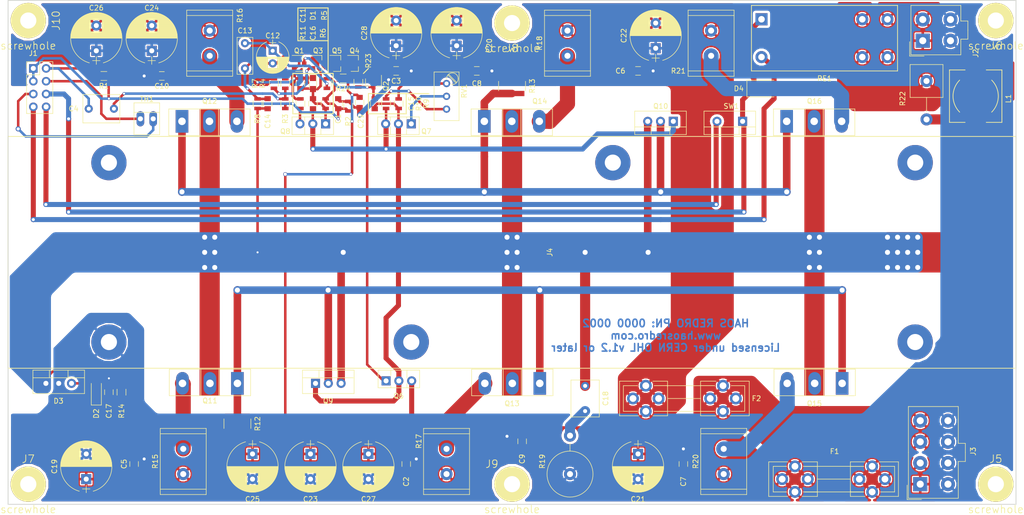
<source format=kicad_pcb>
(kicad_pcb (version 20171130) (host pcbnew 5.0.2-5.fc29)
  (title_block (title "AB201 amplifier module") (date 2018-03-23) (rev 1.0) (company "Haos Redro") (comment 1 "Copyright Taiyo Rawle 2018") (comment 2 "Licensed under CERN OHL v.1.2 or later"))
  (layers (0 F.Cu signal) (31 B.Cu signal) (34 B.Paste user) (35 F.Paste user) (36 B.SilkS user) (37 F.SilkS user) (38 B.Mask user) (39 F.Mask user) (44 Edge.Cuts user))
  (net 0 "")
  (net 1 "Net-(C1-Pad1)")
  (net 2 GND)
  (net 3 "Net-(C4-Pad1)")
  (net 4 "Net-(C4-Pad2)")
  (net 5 "Net-(C11-Pad1)")
  (net 6 "Net-(C12-Pad1)")
  (net 7 "Net-(C12-Pad2)")
  (net 8 "Net-(C15-Pad1)")
  (net 9 "Net-(C15-Pad2)")
  (net 10 "Net-(C16-Pad1)")
  (net 11 "Net-(C17-Pad1)")
  (net 12 "Net-(D2-Pad2)")
  (net 13 "Net-(D4-Pad1)")
  (net 14 "Net-(D4-Pad2)")
  (net 15 "Net-(J1-Pad4)")
  (net 16 "Net-(J1-Pad5)")
  (net 17 "Net-(J1-Pad8)")
  (net 18 "Net-(J2-Pad1)")
  (net 19 "Net-(J4-Pad2)")
  (net 20 "Net-(J4-Pad3)")
  (net 21 "Net-(J4-Pad4)")
  (net 22 "Net-(J4-Pad5)")
  (net 23 "Net-(J4-Pad6)")
  (net 24 "Net-(J5-Pad1)")
  (net 25 "Net-(J6-Pad1)")
  (net 26 "Net-(J7-Pad1)")
  (net 27 "Net-(J8-Pad1)")
  (net 28 "Net-(J9-Pad1)")
  (net 29 "Net-(J10-Pad1)")
  (net 30 "Net-(L1-Pad2)")
  (net 31 "Net-(Q1-Pad1)")
  (net 32 "Net-(Q1-Pad2)")
  (net 33 "Net-(Q2-Pad1)")
  (net 34 "Net-(Q3-Pad2)")
  (net 35 "Net-(Q7-Pad1)")
  (net 36 "Net-(Q8-Pad3)")
  (net 37 "Net-(Q11-Pad1)")
  (net 38 "Net-(Q10-Pad2)")
  (net 39 "Net-(Q11-Pad3)")
  (net 40 "Net-(Q12-Pad3)")
  (net 41 "Net-(Q13-Pad3)")
  (net 42 "Net-(Q14-Pad3)")
  (net 43 "Net-(Q15-Pad3)")
  (net 44 "Net-(Q16-Pad3)")
  (net 45 "Net-(R9-Pad2)")
  (net 46 "Net-(R10-Pad2)")
  (net 47 "Net-(F1-Pad1)")
  (net 48 "Net-(F2-Pad2)")
  (net 49 /V+)
  (net 50 /V-)
  (net 51 /OUT)
  (net 52 "Net-(C18-Pad2)")
  (module kicad-libs:HS-FISCHER-SK499-200-6A (layer F.Cu) (at 150 78 90)
    (fp_text reference J4 (at 0 7.5 90) (layer F.SilkS))
    (fp_text value HEATSINK)
    (pad 1 thru_hole circle (at -17.8 -80 90) (size 7 7) (drill 3.2) (layers *.Cu *.Mask) (net 2 GND))
    (pad 2 thru_hole circle (at 17.8 -80 90) (size 7 7) (drill 3.2) (layers *.Cu *.Mask) (net 19 "Net-(J4-Pad2)"))
    (pad 3 thru_hole circle (at -17.8 -20 90) (size 7 7) (drill 3.2) (layers *.Cu *.Mask) (net 20 "Net-(J4-Pad3)"))
    (pad 4 thru_hole circle (at 17.8 20 90) (size 7 7) (drill 3.2) (layers *.Cu *.Mask) (net 21 "Net-(J4-Pad4)"))
    (pad 5 thru_hole circle (at -17.8 80 90) (size 7 7) (drill 3.2) (layers *.Cu *.Mask) (net 22 "Net-(J4-Pad5)"))
    (pad 6 thru_hole circle (at 17.8 80 90) (size 7 7) (drill 3.2) (layers *.Cu *.Mask) (net 23 "Net-(J4-Pad6)"))
  )
  (module LEDs:LED_0805 (layer F.Cu) (at 110.5 44.5 270)
    (fp_text reference D1 (at -13.5 0 270) (layer F.SilkS))
    (fp_text value GREEN)
    (pad 2 smd rect (at 1.1 0 90) (size 1.2 1.2) (layers F.Cu F.Paste F.Mask) (net 5 "Net-(C11-Pad1)"))
    (pad 1 smd rect (at -1.1 0 90) (size 1.2 1.2) (layers F.Cu F.Paste F.Mask) (net 50 /V-))
  )
  (module Capacitors_SMD:C_0805 (layer F.Cu) (at 115.5 48.5 90)
    (fp_text reference C1 (at -3 0 90) (layer F.SilkS))
    (fp_text value 102)
    (pad 1 smd rect (at -1 0 90) (size 1 1.25) (layers F.Cu F.Paste F.Mask) (net 1 "Net-(C1-Pad1)"))
    (pad 2 smd rect (at 1 0 90) (size 1 1.25) (layers F.Cu F.Paste F.Mask) (net 2 GND))
  )
  (module Capacitors_SMD:C_0805 (layer F.Cu) (at 129 120 90)
    (fp_text reference C2 (at -3.5 0 90) (layer F.SilkS))
    (fp_text value 104)
    (pad 1 smd rect (at -1 0 90) (size 1 1.25) (layers F.Cu F.Paste F.Mask) (net 49 /V+))
    (pad 2 smd rect (at 1 0 90) (size 1 1.25) (layers F.Cu F.Paste F.Mask) (net 2 GND))
  )
  (module Capacitors_SMD:C_0805 (layer F.Cu) (at 127 42 180)
    (fp_text reference C3 (at 0 -2 180) (layer F.SilkS))
    (fp_text value 104)
    (pad 1 smd rect (at -1 0 180) (size 1 1.25) (layers F.Cu F.Paste F.Mask) (net 2 GND))
    (pad 2 smd rect (at 1 0 180) (size 1 1.25) (layers F.Cu F.Paste F.Mask) (net 50 /V-))
  )
  (module Capacitors_SMD:C_0805 (layer F.Cu) (at 75 120 90)
    (fp_text reference C5 (at 0 -2 90) (layer F.SilkS))
    (fp_text value 104)
    (pad 1 smd rect (at -1 0 90) (size 1 1.25) (layers F.Cu F.Paste F.Mask) (net 49 /V+))
    (pad 2 smd rect (at 1 0 90) (size 1 1.25) (layers F.Cu F.Paste F.Mask) (net 2 GND))
  )
  (module Capacitors_SMD:C_0805 (layer F.Cu) (at 175 42 180)
    (fp_text reference C6 (at 3.5 0 180) (layer F.SilkS))
    (fp_text value 104)
    (pad 1 smd rect (at -1 0 180) (size 1 1.25) (layers F.Cu F.Paste F.Mask) (net 2 GND))
    (pad 2 smd rect (at 1 0 180) (size 1 1.25) (layers F.Cu F.Paste F.Mask) (net 50 /V-))
  )
  (module Capacitors_SMD:C_0805 (layer F.Cu) (at 184 120 90)
    (fp_text reference C7 (at -3.5 0 90) (layer F.SilkS))
    (fp_text value 104)
    (pad 1 smd rect (at -1 0 90) (size 1 1.25) (layers F.Cu F.Paste F.Mask) (net 49 /V+))
    (pad 2 smd rect (at 1 0 90) (size 1 1.25) (layers F.Cu F.Paste F.Mask) (net 2 GND))
  )
  (module Capacitors_SMD:C_0805 (layer F.Cu) (at 143 42 180)
    (fp_text reference C8 (at 0 -2.5 180) (layer F.SilkS))
    (fp_text value 104)
    (pad 1 smd rect (at -1 0 180) (size 1 1.25) (layers F.Cu F.Paste F.Mask) (net 2 GND))
    (pad 2 smd rect (at 1 0 180) (size 1 1.25) (layers F.Cu F.Paste F.Mask) (net 50 /V-))
  )
  (module Capacitors_SMD:C_0805 (layer F.Cu) (at 108 44.5 90)
    (fp_text reference C11 (at 13.5 0.5 90) (layer F.SilkS))
    (fp_text value 104)
    (pad 1 smd rect (at -1 0 90) (size 1 1.25) (layers F.Cu F.Paste F.Mask) (net 5 "Net-(C11-Pad1)"))
    (pad 2 smd rect (at 1 0 90) (size 1 1.25) (layers F.Cu F.Paste F.Mask) (net 50 /V-))
  )
  (module Capacitors_SMD:C_0805 (layer F.Cu) (at 101.5 48.5 270)
    (fp_text reference C14 (at 3.5 0 270) (layer F.SilkS))
    (fp_text value 221)
    (pad 1 smd rect (at -1 0 270) (size 1 1.25) (layers F.Cu F.Paste F.Mask) (net 7 "Net-(C12-Pad2)"))
    (pad 2 smd rect (at 1 0 270) (size 1 1.25) (layers F.Cu F.Paste F.Mask) (net 51 /OUT))
  )
  (module Capacitors_SMD:C_0805 (layer F.Cu) (at 122.75 48.5 270)
    (fp_text reference C15 (at 0 -7.25 270) (layer F.SilkS))
    (fp_text value 221)
    (pad 1 smd rect (at -1 0 270) (size 1 1.25) (layers F.Cu F.Paste F.Mask) (net 8 "Net-(C15-Pad1)"))
    (pad 2 smd rect (at 1 0 270) (size 1 1.25) (layers F.Cu F.Paste F.Mask) (net 9 "Net-(C15-Pad2)"))
  )
  (module Capacitors_SMD:C_0805 (layer F.Cu) (at 110.5 48.5 90)
    (fp_text reference C16 (at 14 0 90) (layer F.SilkS))
    (fp_text value 221)
    (pad 1 smd rect (at -1 0 90) (size 1 1.25) (layers F.Cu F.Paste F.Mask) (net 10 "Net-(C16-Pad1)"))
    (pad 2 smd rect (at 1 0 90) (size 1 1.25) (layers F.Cu F.Paste F.Mask) (net 5 "Net-(C11-Pad1)"))
  )
  (module Capacitors_SMD:C_0805 (layer F.Cu) (at 70 105.75 90)
    (fp_text reference C17 (at -3.75 0 90) (layer F.SilkS))
    (fp_text value 334)
    (pad 1 smd rect (at -1 0 90) (size 1 1.25) (layers F.Cu F.Paste F.Mask) (net 11 "Net-(C17-Pad1)"))
    (pad 2 smd rect (at 1 0 90) (size 1 1.25) (layers F.Cu F.Paste F.Mask) (net 2 GND))
  )
  (module Diodes_SMD:D_MiniMELF (layer F.Cu) (at 67.5 105.75 90)
    (fp_text reference D2 (at -4.25 0 90) (layer F.SilkS))
    (fp_text value DB3)
    (pad 1 smd rect (at -1.75 0 90) (size 1.3 1.7) (layers F.Cu F.Paste F.Mask) (net 11 "Net-(C17-Pad1)"))
    (pad 2 smd rect (at 1.75 0 90) (size 1.3 1.7) (layers F.Cu F.Paste F.Mask) (net 12 "Net-(D2-Pad2)"))
  )
  (module TO_SOT_Packages_THT:TO-220-3_Vertical (layer F.Cu) (at 57.5 104)
    (fp_text reference D3 (at 2.5 3.5) (layer F.SilkS))
    (fp_text value BTA24)
    (pad 1 thru_hole rect (at 0 0) (size 1.8 1.8) (drill 1) (layers *.Cu *.Mask) (net 51 /OUT))
    (pad 2 thru_hole oval (at 2.54 0) (size 1.8 1.8) (drill 1) (layers *.Cu *.Mask) (net 2 GND))
    (pad 3 thru_hole oval (at 5.08 0) (size 1.8 1.8) (drill 1) (layers *.Cu *.Mask) (net 12 "Net-(D2-Pad2)"))
  )
  (module Diodes_SMD:D_SMA (layer F.Cu) (at 200 45.5)
    (fp_text reference D4 (at -5 0) (layer F.SilkS))
    (fp_text value 4001)
    (pad 1 smd rect (at -2 0) (size 2.5 1.8) (layers F.Cu F.Paste F.Mask) (net 13 "Net-(D4-Pad1)"))
    (pad 2 smd rect (at 2 0) (size 2.5 1.8) (layers F.Cu F.Paste F.Mask) (net 14 "Net-(D4-Pad2)"))
  )
  (module Fuse_Holders_and_Fuses:Fuseholder5x20_horiz_open_universal_Type-III (layer F.Cu) (at 224 123 180)
    (fp_text reference F1 (at 10 5.5 180) (layer F.SilkS))
    (fp_text value 6A3)
    (pad 2 thru_hole circle (at 15.32 0 180) (size 2.35 2.35) (drill 1.35) (layers *.Cu *.Mask) (net 49 /V+))
    (pad 2 thru_hole circle (at 20.4 0 180) (size 2.35 2.35) (drill 1.35) (layers *.Cu *.Mask) (net 49 /V+))
    (pad 1 thru_hole circle (at 5.08 0 180) (size 2.35 2.35) (drill 1.35) (layers *.Cu *.Mask) (net 47 "Net-(F1-Pad1)"))
    (pad 1 thru_hole circle (at 0 0 180) (size 2.35 2.35) (drill 1.35) (layers *.Cu *.Mask) (net 47 "Net-(F1-Pad1)"))
    (pad 2 thru_hole circle (at 17.86 -2.54 180) (size 2.35 2.35) (drill 1.35) (layers *.Cu *.Mask) (net 49 /V+))
    (pad 2 thru_hole circle (at 17.86 2.54 180) (size 2.35 2.35) (drill 1.35) (layers *.Cu *.Mask) (net 49 /V+))
    (pad 1 thru_hole circle (at 2.54 -2.54 180) (size 2.35 2.35) (drill 1.35) (layers *.Cu *.Mask) (net 47 "Net-(F1-Pad1)"))
    (pad 1 thru_hole circle (at 2.54 2.54 180) (size 2.35 2.35) (drill 1.35) (layers *.Cu *.Mask) (net 47 "Net-(F1-Pad1)"))
  )
  (module Fuse_Holders_and_Fuses:Fuseholder5x20_horiz_open_universal_Type-III (layer F.Cu) (at 174 107)
    (fp_text reference F2 (at 24.5 0) (layer F.SilkS))
    (fp_text value 6A3)
    (pad 2 thru_hole circle (at 15.32 0) (size 2.35 2.35) (drill 1.35) (layers *.Cu *.Mask) (net 48 "Net-(F2-Pad2)"))
    (pad 2 thru_hole circle (at 20.4 0) (size 2.35 2.35) (drill 1.35) (layers *.Cu *.Mask) (net 48 "Net-(F2-Pad2)"))
    (pad 1 thru_hole circle (at 5.08 0) (size 2.35 2.35) (drill 1.35) (layers *.Cu *.Mask) (net 50 /V-))
    (pad 1 thru_hole circle (at 0 0) (size 2.35 2.35) (drill 1.35) (layers *.Cu *.Mask) (net 50 /V-))
    (pad 2 thru_hole circle (at 17.86 -2.54) (size 2.35 2.35) (drill 1.35) (layers *.Cu *.Mask) (net 48 "Net-(F2-Pad2)"))
    (pad 2 thru_hole circle (at 17.86 2.54) (size 2.35 2.35) (drill 1.35) (layers *.Cu *.Mask) (net 48 "Net-(F2-Pad2)"))
    (pad 1 thru_hole circle (at 2.54 -2.54) (size 2.35 2.35) (drill 1.35) (layers *.Cu *.Mask) (net 50 /V-))
    (pad 1 thru_hole circle (at 2.54 2.54) (size 2.35 2.35) (drill 1.35) (layers *.Cu *.Mask) (net 50 /V-))
  )
  (module Connectors_Molex:Molex_MiniFit-JR-5556-04A_2x02x4.20mm_Straight (layer F.Cu) (at 231.5 36 90)
    (fp_text reference J2 (at -2.5 10.5 90) (layer F.SilkS))
    (fp_text value CONN_01X04)
    (pad 1 thru_hole rect (at 0 0 90) (size 2.8 2.8) (drill 1.4) (layers *.Cu *.Mask) (net 18 "Net-(J2-Pad1)"))
    (pad 2 thru_hole circle (at 4.2 0 90) (size 2.8 2.8) (drill 1.4) (layers *.Cu *.Mask) (net 18 "Net-(J2-Pad1)"))
    (pad 3 thru_hole circle (at 0 5.5 90) (size 2.8 2.8) (drill 1.4) (layers *.Cu *.Mask) (net 2 GND))
    (pad 4 thru_hole circle (at 4.2 5.5 90) (size 2.8 2.8) (drill 1.4) (layers *.Cu *.Mask) (net 2 GND))
  )
  (module Connectors_Molex:Molex_MiniFit-JR-5556-08A_2x04x4.20mm_Straight (layer F.Cu) (at 231 124 90)
    (fp_text reference J3 (at 6.5 10.5 90) (layer F.SilkS))
    (fp_text value CONN_01X08)
    (pad 1 thru_hole rect (at 0 0 90) (size 2.8 2.8) (drill 1.4) (layers *.Cu *.Mask) (net 47 "Net-(F1-Pad1)"))
    (pad 2 thru_hole circle (at 4.2 0 90) (size 2.8 2.8) (drill 1.4) (layers *.Cu *.Mask) (net 47 "Net-(F1-Pad1)"))
    (pad 3 thru_hole circle (at 8.4 0 90) (size 2.8 2.8) (drill 1.4) (layers *.Cu *.Mask) (net 48 "Net-(F2-Pad2)"))
    (pad 4 thru_hole circle (at 12.6 0 90) (size 2.8 2.8) (drill 1.4) (layers *.Cu *.Mask) (net 48 "Net-(F2-Pad2)"))
    (pad 5 thru_hole circle (at 0 5.5 90) (size 2.8 2.8) (drill 1.4) (layers *.Cu *.Mask) (net 2 GND))
    (pad 6 thru_hole circle (at 4.2 5.5 90) (size 2.8 2.8) (drill 1.4) (layers *.Cu *.Mask) (net 2 GND))
    (pad 7 thru_hole circle (at 8.4 5.5 90) (size 2.8 2.8) (drill 1.4) (layers *.Cu *.Mask) (net 2 GND))
    (pad 8 thru_hole circle (at 12.6 5.5 90) (size 2.8 2.8) (drill 1.4) (layers *.Cu *.Mask) (net 2 GND))
  )
  (module kicad-libs:MH-H3.2-P7 (layer F.Cu) (at 246 124)
    (fp_text reference J5 (at 0 -5) (layer F.SilkS) (effects (font (size 1.5 1.5))))
    (fp_text value screwhole (at 0 5) (layer F.SilkS) (effects (font (size 1.5 1.5))))
    (pad 1 thru_hole circle (at 0 0) (size 7 7) (drill 3.2) (layers *.Cu *.Mask F.SilkS) (net 24 "Net-(J5-Pad1)"))
  )
  (module kicad-libs:MH-H3.2-P7 (layer F.Cu) (at 246 32)
    (fp_text reference J6 (at 0 5) (layer F.SilkS) (effects (font (size 1.5 1.5))))
    (fp_text value screwhole (at 0 5) (layer F.SilkS) (effects (font (size 1.5 1.5))))
    (pad 1 thru_hole circle (at 0 0) (size 7 7) (drill 3.2) (layers *.Cu *.Mask F.SilkS) (net 25 "Net-(J6-Pad1)"))
  )
  (module kicad-libs:MH-H3.2-P7 (layer F.Cu) (at 54 124)
    (fp_text reference J7 (at 0 -5) (layer F.SilkS) (effects (font (size 1.5 1.5))))
    (fp_text value screwhole (at 0 5) (layer F.SilkS) (effects (font (size 1.5 1.5))))
    (pad 1 thru_hole circle (at 0 0) (size 7 7) (drill 3.2) (layers *.Cu *.Mask F.SilkS) (net 26 "Net-(J7-Pad1)"))
  )
  (module kicad-libs:MH-H3.2-P7 (layer F.Cu) (at 150 32.5)
    (fp_text reference J8 (at 0 5) (layer F.SilkS) (effects (font (size 1.5 1.5))))
    (fp_text value screwhole (at 0 5) (layer F.SilkS) (effects (font (size 1.5 1.5))))
    (pad 1 thru_hole circle (at 0 0) (size 7 7) (drill 3.2) (layers *.Cu *.Mask F.SilkS) (net 27 "Net-(J8-Pad1)"))
  )
  (module kicad-libs:MH-H3.2-P7 (layer F.Cu) (at 150 124)
    (fp_text reference J9 (at -4 -4) (layer F.SilkS) (effects (font (size 1.5 1.5))))
    (fp_text value screwhole (at 0 5) (layer F.SilkS) (effects (font (size 1.5 1.5))))
    (pad 1 thru_hole circle (at 0 0) (size 7 7) (drill 3.2) (layers *.Cu *.Mask F.SilkS) (net 28 "Net-(J9-Pad1)"))
  )
  (module kicad-libs:MH-H3.2-P7 (layer F.Cu) (at 54 32)
    (fp_text reference J10 (at 5.5 0 90) (layer F.SilkS) (effects (font (size 1.5 1.5))))
    (fp_text value screwhole (at 0 5) (layer F.SilkS) (effects (font (size 1.5 1.5))))
    (pad 1 thru_hole circle (at 0 0) (size 7 7) (drill 3.2) (layers *.Cu *.Mask F.SilkS) (net 29 "Net-(J10-Pad1)"))
  )
  (module TO_SOT_Packages_SMD:SOT-23 (layer F.Cu) (at 107.75 40.5)
    (fp_text reference Q1 (at 0 -2.5) (layer F.SilkS))
    (fp_text value A42)
    (pad 1 smd rect (at -1 -0.95) (size 0.9 0.8) (layers F.Cu F.Paste F.Mask) (net 31 "Net-(Q1-Pad1)"))
    (pad 2 smd rect (at -1 0.95) (size 0.9 0.8) (layers F.Cu F.Paste F.Mask) (net 32 "Net-(Q1-Pad2)"))
    (pad 3 smd rect (at 1 0) (size 0.9 0.8) (layers F.Cu F.Paste F.Mask) (net 8 "Net-(C15-Pad1)"))
  )
  (module TO_SOT_Packages_SMD:SOT-23 (layer F.Cu) (at 122.5 44.25 270)
    (fp_text reference Q2 (at 0.75 -2.5 270) (layer F.SilkS))
    (fp_text value A92)
    (pad 1 smd rect (at -1 -0.95 270) (size 0.9 0.8) (layers F.Cu F.Paste F.Mask) (net 33 "Net-(Q2-Pad1)"))
    (pad 2 smd rect (at -1 0.95 270) (size 0.9 0.8) (layers F.Cu F.Paste F.Mask) (net 49 /V+))
    (pad 3 smd rect (at 1 0 270) (size 0.9 0.8) (layers F.Cu F.Paste F.Mask) (net 8 "Net-(C15-Pad1)"))
  )
  (module TO_SOT_Packages_SMD:SOT-23 (layer F.Cu) (at 111.5 40.5)
    (fp_text reference Q3 (at 0 -2.5) (layer F.SilkS))
    (fp_text value A42)
    (pad 1 smd rect (at -1 -0.95) (size 0.9 0.8) (layers F.Cu F.Paste F.Mask) (net 5 "Net-(C11-Pad1)"))
    (pad 2 smd rect (at -1 0.95) (size 0.9 0.8) (layers F.Cu F.Paste F.Mask) (net 34 "Net-(Q3-Pad2)"))
    (pad 3 smd rect (at 1 0) (size 0.9 0.8) (layers F.Cu F.Paste F.Mask) (net 32 "Net-(Q1-Pad2)"))
  )
  (module TO_SOT_Packages_SMD:SOT-23 (layer F.Cu) (at 118.75 40.5)
    (fp_text reference Q4 (at 0 -2.5) (layer F.SilkS))
    (fp_text value A92)
    (pad 1 smd rect (at -1 -0.95) (size 0.9 0.8) (layers F.Cu F.Paste F.Mask) (net 33 "Net-(Q2-Pad1)"))
    (pad 2 smd rect (at -1 0.95) (size 0.9 0.8) (layers F.Cu F.Paste F.Mask) (net 49 /V+))
    (pad 3 smd rect (at 1 0) (size 0.9 0.8) (layers F.Cu F.Paste F.Mask) (net 33 "Net-(Q2-Pad1)"))
  )
  (module TO_SOT_Packages_SMD:SOT-23 (layer F.Cu) (at 115.25 40.5)
    (fp_text reference Q5 (at 0 -2.5) (layer F.SilkS))
    (fp_text value A42)
    (pad 1 smd rect (at -1 -0.95) (size 0.9 0.8) (layers F.Cu F.Paste F.Mask) (net 7 "Net-(C12-Pad2)"))
    (pad 2 smd rect (at -1 0.95) (size 0.9 0.8) (layers F.Cu F.Paste F.Mask) (net 32 "Net-(Q1-Pad2)"))
    (pad 3 smd rect (at 1 0) (size 0.9 0.8) (layers F.Cu F.Paste F.Mask) (net 33 "Net-(Q2-Pad1)"))
  )
  (module TO_SOT_Packages_THT:TO-220-3_Vertical (layer F.Cu) (at 111 104)
    (fp_text reference Q9 (at 2.5 3.5) (layer F.SilkS))
    (fp_text value MJE15032)
    (pad 1 thru_hole rect (at 0 0) (size 1.8 1.8) (drill 1) (layers *.Cu *.Mask) (net 9 "Net-(C15-Pad2)"))
    (pad 2 thru_hole oval (at 2.54 0) (size 1.8 1.8) (drill 1) (layers *.Cu *.Mask) (net 37 "Net-(Q11-Pad1)"))
    (pad 3 thru_hole oval (at 5.08 0) (size 1.8 1.8) (drill 1) (layers *.Cu *.Mask) (net 51 /OUT))
  )
  (module TO_SOT_Packages_THT:TO-220-3_Vertical (layer F.Cu) (at 182 52 180)
    (fp_text reference Q10 (at 2.5 3 180) (layer F.SilkS))
    (fp_text value MJE15033)
    (pad 1 thru_hole rect (at 0 0 180) (size 1.8 1.8) (drill 1) (layers *.Cu *.Mask) (net 10 "Net-(C16-Pad1)"))
    (pad 2 thru_hole oval (at 2.54 0 180) (size 1.8 1.8) (drill 1) (layers *.Cu *.Mask) (net 38 "Net-(Q10-Pad2)"))
    (pad 3 thru_hole oval (at 5.08 0 180) (size 1.8 1.8) (drill 1) (layers *.Cu *.Mask) (net 51 /OUT))
  )
  (module TO_SOT_Packages_THT:TO-247_TO-3P_Vertical (layer F.Cu) (at 95.5 104 180)
    (fp_text reference Q11 (at 5.45 -3.45 180) (layer F.SilkS))
    (fp_text value MJW21193)
    (pad 1 thru_hole rect (at 0 0 180) (size 2.5 4.5) (drill 1.5) (layers *.Cu *.Mask) (net 37 "Net-(Q11-Pad1)"))
    (pad 2 thru_hole oval (at 5.45 0 180) (size 2.5 4.5) (drill 1.5) (layers *.Cu *.Mask) (net 51 /OUT))
    (pad 3 thru_hole oval (at 10.9 0 180) (size 2.5 4.5) (drill 1.5) (layers *.Cu *.Mask) (net 39 "Net-(Q11-Pad3)"))
  )
  (module TO_SOT_Packages_THT:TO-247_TO-3P_Vertical (layer F.Cu) (at 84.5 52)
    (fp_text reference Q12 (at 5.5 -4) (layer F.SilkS))
    (fp_text value MJW21194)
    (pad 1 thru_hole rect (at 0 0) (size 2.5 4.5) (drill 1.5) (layers *.Cu *.Mask) (net 38 "Net-(Q10-Pad2)"))
    (pad 2 thru_hole oval (at 5.45 0) (size 2.5 4.5) (drill 1.5) (layers *.Cu *.Mask) (net 51 /OUT))
    (pad 3 thru_hole oval (at 10.9 0) (size 2.5 4.5) (drill 1.5) (layers *.Cu *.Mask) (net 40 "Net-(Q12-Pad3)"))
  )
  (module TO_SOT_Packages_THT:TO-247_TO-3P_Vertical (layer F.Cu) (at 155.5 104 180)
    (fp_text reference Q13 (at 5.5 -4 180) (layer F.SilkS))
    (fp_text value MJW21193)
    (pad 1 thru_hole rect (at 0 0 180) (size 2.5 4.5) (drill 1.5) (layers *.Cu *.Mask) (net 37 "Net-(Q11-Pad1)"))
    (pad 2 thru_hole oval (at 5.45 0 180) (size 2.5 4.5) (drill 1.5) (layers *.Cu *.Mask) (net 51 /OUT))
    (pad 3 thru_hole oval (at 10.9 0 180) (size 2.5 4.5) (drill 1.5) (layers *.Cu *.Mask) (net 41 "Net-(Q13-Pad3)"))
  )
  (module TO_SOT_Packages_THT:TO-247_TO-3P_Vertical (layer F.Cu) (at 144.5 52)
    (fp_text reference Q14 (at 11 -4) (layer F.SilkS))
    (fp_text value MJW21194)
    (pad 1 thru_hole rect (at 0 0) (size 2.5 4.5) (drill 1.5) (layers *.Cu *.Mask) (net 38 "Net-(Q10-Pad2)"))
    (pad 2 thru_hole oval (at 5.45 0) (size 2.5 4.5) (drill 1.5) (layers *.Cu *.Mask) (net 51 /OUT))
    (pad 3 thru_hole oval (at 10.9 0) (size 2.5 4.5) (drill 1.5) (layers *.Cu *.Mask) (net 42 "Net-(Q14-Pad3)"))
  )
  (module TO_SOT_Packages_THT:TO-247_TO-3P_Vertical (layer F.Cu) (at 215.5 104 180)
    (fp_text reference Q15 (at 5.5 -4 180) (layer F.SilkS))
    (fp_text value MJW21193)
    (pad 1 thru_hole rect (at 0 0 180) (size 2.5 4.5) (drill 1.5) (layers *.Cu *.Mask) (net 37 "Net-(Q11-Pad1)"))
    (pad 2 thru_hole oval (at 5.45 0 180) (size 2.5 4.5) (drill 1.5) (layers *.Cu *.Mask) (net 51 /OUT))
    (pad 3 thru_hole oval (at 10.9 0 180) (size 2.5 4.5) (drill 1.5) (layers *.Cu *.Mask) (net 43 "Net-(Q15-Pad3)"))
  )
  (module TO_SOT_Packages_THT:TO-247_TO-3P_Vertical (layer F.Cu) (at 204.5 52)
    (fp_text reference Q16 (at 5.5 -4) (layer F.SilkS))
    (fp_text value MJW21194)
    (pad 1 thru_hole rect (at 0 0) (size 2.5 4.5) (drill 1.5) (layers *.Cu *.Mask) (net 38 "Net-(Q10-Pad2)"))
    (pad 2 thru_hole oval (at 5.45 0) (size 2.5 4.5) (drill 1.5) (layers *.Cu *.Mask) (net 51 /OUT))
    (pad 3 thru_hole oval (at 10.9 0) (size 2.5 4.5) (drill 1.5) (layers *.Cu *.Mask) (net 44 "Net-(Q16-Pad3)"))
  )
  (module Resistors_SMD:R_0805 (layer F.Cu) (at 69 43)
    (fp_text reference R1 (at 0 2) (layer F.SilkS))
    (fp_text value 330K)
    (pad 1 smd rect (at -0.95 0) (size 0.7 1.3) (layers F.Cu F.Paste F.Mask) (net 3 "Net-(C4-Pad1)"))
    (pad 2 smd rect (at 0.95 0) (size 0.7 1.3) (layers F.Cu F.Paste F.Mask) (net 1 "Net-(C1-Pad1)"))
  )
  (module Resistors_SMD:R_0805 (layer F.Cu) (at 117.5 49 90)
    (fp_text reference R2 (at -3 0 90) (layer F.SilkS))
    (fp_text value 10)
    (pad 1 smd rect (at -0.95 0 90) (size 0.7 1.3) (layers F.Cu F.Paste F.Mask) (net 1 "Net-(C1-Pad1)"))
    (pad 2 smd rect (at 0.95 0 90) (size 0.7 1.3) (layers F.Cu F.Paste F.Mask) (net 2 GND))
  )
  (module Resistors_SMD:R_0805 (layer F.Cu) (at 105 48.5 90)
    (fp_text reference R3 (at -3 0 90) (layer F.SilkS))
    (fp_text value 47K)
    (pad 1 smd rect (at -0.95 0 90) (size 0.7 1.3) (layers F.Cu F.Paste F.Mask) (net 1 "Net-(C1-Pad1)"))
    (pad 2 smd rect (at 0.95 0 90) (size 0.7 1.3) (layers F.Cu F.Paste F.Mask) (net 4 "Net-(C4-Pad2)"))
  )
  (module Resistors_SMD:R_0805 (layer F.Cu) (at 105 44.5 90)
    (fp_text reference R4 (at 0 -4.5 90) (layer F.SilkS))
    (fp_text value 1K)
    (pad 1 smd rect (at -0.95 0 90) (size 0.7 1.3) (layers F.Cu F.Paste F.Mask) (net 4 "Net-(C4-Pad2)"))
    (pad 2 smd rect (at 0.95 0 90) (size 0.7 1.3) (layers F.Cu F.Paste F.Mask) (net 31 "Net-(Q1-Pad1)"))
  )
  (module Resistors_SMD:R_0805 (layer F.Cu) (at 113.25 44.5 90)
    (fp_text reference R5 (at 13.5 -0.5 90) (layer F.SilkS))
    (fp_text value 1K)
    (pad 1 smd rect (at -0.95 0 90) (size 0.7 1.3) (layers F.Cu F.Paste F.Mask) (net 6 "Net-(C12-Pad1)"))
    (pad 2 smd rect (at 0.95 0 90) (size 0.7 1.3) (layers F.Cu F.Paste F.Mask) (net 1 "Net-(C1-Pad1)"))
  )
  (module Resistors_SMD:R_0805 (layer F.Cu) (at 113 48.5 270)
    (fp_text reference R6 (at -14 0.5 270) (layer F.SilkS))
    (fp_text value 22K)
    (pad 1 smd rect (at -0.95 0 270) (size 0.7 1.3) (layers F.Cu F.Paste F.Mask) (net 1 "Net-(C1-Pad1)"))
    (pad 2 smd rect (at 0.95 0 270) (size 0.7 1.3) (layers F.Cu F.Paste F.Mask) (net 5 "Net-(C11-Pad1)"))
  )
  (module Resistors_SMD:R_0805 (layer F.Cu) (at 102.75 44.5 270)
    (fp_text reference R7 (at 0 3.75 270) (layer F.SilkS))
    (fp_text value 330)
    (pad 1 smd rect (at -0.95 0 270) (size 0.7 1.3) (layers F.Cu F.Paste F.Mask) (net 50 /V-))
    (pad 2 smd rect (at 0.95 0 270) (size 0.7 1.3) (layers F.Cu F.Paste F.Mask) (net 34 "Net-(Q3-Pad2)"))
  )
  (module Resistors_SMD:R_0805 (layer F.Cu) (at 99.5 48.5 270)
    (fp_text reference R8 (at 3 0 270) (layer F.SilkS))
    (fp_text value 22K)
    (pad 1 smd rect (at -0.95 0 270) (size 0.7 1.3) (layers F.Cu F.Paste F.Mask) (net 7 "Net-(C12-Pad2)"))
    (pad 2 smd rect (at 0.95 0 270) (size 0.7 1.3) (layers F.Cu F.Paste F.Mask) (net 51 /OUT))
  )
  (module Resistors_SMD:R_0805 (layer F.Cu) (at 127.5 48.5 90)
    (fp_text reference R9 (at 0 5.5 90) (layer F.SilkS))
    (fp_text value 2K)
    (pad 1 smd rect (at -0.95 0 90) (size 0.7 1.3) (layers F.Cu F.Paste F.Mask) (net 9 "Net-(C15-Pad2)"))
    (pad 2 smd rect (at 0.95 0 90) (size 0.7 1.3) (layers F.Cu F.Paste F.Mask) (net 45 "Net-(R9-Pad2)"))
  )
  (module Resistors_SMD:R_0805 (layer F.Cu) (at 125 48.5 90)
    (fp_text reference R10 (at 0 6.5 90) (layer F.SilkS))
    (fp_text value 100)
    (pad 1 smd rect (at -0.95 0 90) (size 0.7 1.3) (layers F.Cu F.Paste F.Mask) (net 10 "Net-(C16-Pad1)"))
    (pad 2 smd rect (at 0.95 0 90) (size 0.7 1.3) (layers F.Cu F.Paste F.Mask) (net 46 "Net-(R10-Pad2)"))
  )
  (module Resistors_SMD:R_0805 (layer F.Cu) (at 108 48.5 270)
    (fp_text reference R11 (at -14 -0.5 270) (layer F.SilkS))
    (fp_text value 100)
    (pad 1 smd rect (at -0.95 0 270) (size 0.7 1.3) (layers F.Cu F.Paste F.Mask) (net 50 /V-))
    (pad 2 smd rect (at 0.95 0 270) (size 0.7 1.3) (layers F.Cu F.Paste F.Mask) (net 36 "Net-(Q8-Pad3)"))
  )
  (module Resistors_SMD:R_1218 (layer F.Cu) (at 95.5 112 270)
    (fp_text reference R12 (at 0 -4 270) (layer F.SilkS))
    (fp_text value 270)
    (pad 1 smd rect (at -1.48 0 270) (size 1.05 4.9) (layers F.Cu F.Paste F.Mask) (net 37 "Net-(Q11-Pad1)"))
    (pad 2 smd rect (at 1.48 0 270) (size 1.05 4.9) (layers F.Cu F.Paste F.Mask) (net 49 /V+))
  )
  (module Resistors_SMD:R_1218 (layer F.Cu) (at 150 45 270)
    (fp_text reference R13 (at 0 -4 270) (layer F.SilkS))
    (fp_text value 270)
    (pad 1 smd rect (at -1.48 0 270) (size 1.05 4.9) (layers F.Cu F.Paste F.Mask) (net 50 /V-))
    (pad 2 smd rect (at 1.48 0 270) (size 1.05 4.9) (layers F.Cu F.Paste F.Mask) (net 38 "Net-(Q10-Pad2)"))
  )
  (module Resistors_SMD:R_0805 (layer F.Cu) (at 72.5 105.75 270)
    (fp_text reference R14 (at 3.75 0 270) (layer F.SilkS))
    (fp_text value 470K)
    (pad 1 smd rect (at -0.95 0 270) (size 0.7 1.3) (layers F.Cu F.Paste F.Mask) (net 51 /OUT))
    (pad 2 smd rect (at 0.95 0 270) (size 0.7 1.3) (layers F.Cu F.Paste F.Mask) (net 11 "Net-(C17-Pad1)"))
  )
  (module Resistors_THT:R_Axial_DIN0922_L20.0mm_D9.0mm_P7.62mm_Vertical (layer F.Cu) (at 161.5 122 90)
    (fp_text reference R19 (at 2.5 -5.5 90) (layer F.SilkS))
    (fp_text value 10)
    (pad 1 thru_hole circle (at 0 0 90) (size 2.4 2.4) (drill 1.2) (layers *.Cu *.Mask) (net 2 GND))
    (pad 2 thru_hole oval (at 7.62 0 90) (size 2.4 2.4) (drill 1.2) (layers *.Cu *.Mask) (net 52 "Net-(C18-Pad2)"))
  )
  (module kicad-libs:RELAY-OMRON-G2R-1A-E (layer F.Cu) (at 212 35.5)
    (fp_text reference RE1 (at 0 8) (layer F.SilkS))
    (fp_text value RELAY_OMRON_G2R_1A_E)
    (pad 4 thru_hole circle (at 12.5 -3.75) (size 2.4 2.4) (drill 1.3) (layers *.Cu *.Mask) (net 18 "Net-(J2-Pad1)"))
    (pad 5 thru_hole circle (at 12.5 3.75) (size 2.4 2.4) (drill 1.3) (layers *.Cu *.Mask) (net 18 "Net-(J2-Pad1)"))
    (pad 3 thru_hole circle (at 7.5 -3.75) (size 2.4 2.4) (drill 1.3) (layers *.Cu *.Mask) (net 30 "Net-(L1-Pad2)"))
    (pad 6 thru_hole circle (at 7.5 3.75) (size 2.4 2.4) (drill 1.3) (layers *.Cu *.Mask) (net 30 "Net-(L1-Pad2)"))
    (pad 1 thru_hole rect (at -12.5 -3.75) (size 2.4 2.4) (drill 1.3) (layers *.Cu *.Mask) (net 13 "Net-(D4-Pad1)"))
    (pad 8 thru_hole circle (at -12.5 3.75) (size 2.4 2.4) (drill 1.3) (layers *.Cu *.Mask) (net 14 "Net-(D4-Pad2)"))
  )
  (module Potentiometers:Potentiometer_Trimmer_Bourns_3296W (layer F.Cu) (at 137 44.5 90)
    (fp_text reference RV1 (at -1.5 3.5 90) (layer F.SilkS))
    (fp_text value 2K)
    (pad 1 thru_hole circle (at 0 0 90) (size 1.44 1.44) (drill 0.8) (layers *.Cu *.Mask) (net 45 "Net-(R9-Pad2)"))
    (pad 2 thru_hole circle (at -2.54 0 90) (size 1.44 1.44) (drill 0.8) (layers *.Cu *.Mask) (net 35 "Net-(Q7-Pad1)"))
    (pad 3 thru_hole circle (at -5.08 0 90) (size 1.44 1.44) (drill 0.8) (layers *.Cu *.Mask) (net 46 "Net-(R10-Pad2)"))
  )
  (module TO_SOT_Packages_THT:TO-220-2_Vertical (layer F.Cu) (at 195.75 52 180)
    (fp_text reference SW1 (at 2.25 3 180) (layer F.SilkS))
    (fp_text value "NC 70")
    (pad 1 thru_hole rect (at 0 0 180) (size 1.8 1.8) (drill 1) (layers *.Cu *.Mask) (net 13 "Net-(D4-Pad1)"))
    (pad 2 thru_hole oval (at 5.08 0 180) (size 1.8 1.8) (drill 1) (layers *.Cu *.Mask) (net 17 "Net-(J1-Pad8)"))
  )
  (module Connectors:PINHEAD1-2 (layer F.Cu) (at 76.25 51.5)
    (fp_text reference TH1 (at 1.27 -3.9) (layer F.SilkS))
    (fp_text value Thermistor)
    (pad 1 thru_hole oval (at 0 0) (size 1.51 3.01) (drill 1) (layers *.Cu *.Mask) (net 15 "Net-(J1-Pad4)"))
    (pad 2 thru_hole oval (at 2.54 0) (size 1.51 3.01) (drill 1) (layers *.Cu *.Mask) (net 16 "Net-(J1-Pad5)"))
  )
  (module TO_SOT_Packages_THT:TO-126_Vertical (layer F.Cu) (at 125 103.5)
    (fp_text reference Q6 (at 2.5 3) (layer F.SilkS))
    (fp_text value MJE350)
    (pad 1 thru_hole rect (at 0 0) (size 1.8 1.8) (drill 1) (layers *.Cu *.Mask) (net 8 "Net-(C15-Pad1)"))
    (pad 2 thru_hole oval (at 2.54 0) (size 1.8 1.8) (drill 1) (layers *.Cu *.Mask) (net 9 "Net-(C15-Pad2)"))
    (pad 3 thru_hole oval (at 5.08 0) (size 1.8 1.8) (drill 1) (layers *.Cu *.Mask) (net 49 /V+))
  )
  (module TO_SOT_Packages_THT:TO-126_Vertical (layer F.Cu) (at 130 52.5 180)
    (fp_text reference Q7 (at -3 -1.5 180) (layer F.SilkS))
    (fp_text value MJE340)
    (pad 1 thru_hole rect (at 0 0 180) (size 1.8 1.8) (drill 1) (layers *.Cu *.Mask) (net 35 "Net-(Q7-Pad1)"))
    (pad 2 thru_hole oval (at 2.54 0 180) (size 1.8 1.8) (drill 1) (layers *.Cu *.Mask) (net 9 "Net-(C15-Pad2)"))
    (pad 3 thru_hole oval (at 5.08 0 180) (size 1.8 1.8) (drill 1) (layers *.Cu *.Mask) (net 10 "Net-(C16-Pad1)"))
  )
  (module TO_SOT_Packages_THT:TO-126_Vertical (layer F.Cu) (at 113 52.5 180)
    (fp_text reference Q8 (at 8 -1.5 180) (layer F.SilkS))
    (fp_text value MJE340)
    (pad 1 thru_hole rect (at 0 0 180) (size 1.8 1.8) (drill 1) (layers *.Cu *.Mask) (net 5 "Net-(C11-Pad1)"))
    (pad 2 thru_hole oval (at 2.54 0 180) (size 1.8 1.8) (drill 1) (layers *.Cu *.Mask) (net 10 "Net-(C16-Pad1)"))
    (pad 3 thru_hole oval (at 5.08 0 180) (size 1.8 1.8) (drill 1) (layers *.Cu *.Mask) (net 36 "Net-(Q8-Pad3)"))
  )
  (module Capacitors_SMD:C_0805 (layer F.Cu) (at 152 115.5 90)
    (fp_text reference C9 (at -3.5 0 90) (layer F.SilkS))
    (fp_text value 104)
    (pad 1 smd rect (at -1 0 90) (size 1 1.25) (layers F.Cu F.Paste F.Mask) (net 49 /V+))
    (pad 2 smd rect (at 1 0 90) (size 1 1.25) (layers F.Cu F.Paste F.Mask) (net 2 GND))
  )
  (module Capacitors_SMD:C_0805 (layer F.Cu) (at 80.5 43)
    (fp_text reference C10 (at 0 2) (layer F.SilkS))
    (fp_text value 104)
    (pad 1 smd rect (at -1 0) (size 1 1.25) (layers F.Cu F.Paste F.Mask) (net 2 GND))
    (pad 2 smd rect (at 1 0) (size 1 1.25) (layers F.Cu F.Paste F.Mask) (net 50 /V-))
  )
  (module Resistors_ThroughHole:R_Radial_Power_L13.0mm_W9.0mm_P5.00mm (layer F.Cu) (at 84.75 122 90)
    (fp_text reference R15 (at 2.5 -5.56 90) (layer F.SilkS))
    (fp_text value R33)
    (pad 1 thru_hole circle (at 0 0 90) (size 2.4 2.4) (drill 1.2) (layers *.Cu *.Mask) (net 49 /V+))
    (pad 2 thru_hole circle (at 5 0 90) (size 2.4 2.4) (drill 1.2) (layers *.Cu *.Mask) (net 39 "Net-(Q11-Pad3)"))
  )
  (module Resistors_ThroughHole:R_Radial_Power_L13.0mm_W9.0mm_P5.00mm (layer F.Cu) (at 90 39 90)
    (fp_text reference R16 (at 8 6 90) (layer F.SilkS))
    (fp_text value R33)
    (pad 1 thru_hole circle (at 0 0 90) (size 2.4 2.4) (drill 1.2) (layers *.Cu *.Mask) (net 40 "Net-(Q12-Pad3)"))
    (pad 2 thru_hole circle (at 5 0 90) (size 2.4 2.4) (drill 1.2) (layers *.Cu *.Mask) (net 50 /V-))
  )
  (module Resistors_ThroughHole:R_Radial_Power_L13.0mm_W9.0mm_P5.00mm (layer F.Cu) (at 137 122 90)
    (fp_text reference R17 (at 6.5 -5.5 90) (layer F.SilkS))
    (fp_text value R33)
    (pad 1 thru_hole circle (at 0 0 90) (size 2.4 2.4) (drill 1.2) (layers *.Cu *.Mask) (net 49 /V+))
    (pad 2 thru_hole circle (at 5 0 90) (size 2.4 2.4) (drill 1.2) (layers *.Cu *.Mask) (net 41 "Net-(Q13-Pad3)"))
  )
  (module Resistors_ThroughHole:R_Radial_Power_L13.0mm_W9.0mm_P5.00mm (layer F.Cu) (at 161 39 90)
    (fp_text reference R18 (at 2.5 -5.56 90) (layer F.SilkS))
    (fp_text value R33)
    (pad 1 thru_hole circle (at 0 0 90) (size 2.4 2.4) (drill 1.2) (layers *.Cu *.Mask) (net 42 "Net-(Q14-Pad3)"))
    (pad 2 thru_hole circle (at 5 0 90) (size 2.4 2.4) (drill 1.2) (layers *.Cu *.Mask) (net 50 /V-))
  )
  (module Resistors_ThroughHole:R_Radial_Power_L13.0mm_W9.0mm_P5.00mm (layer F.Cu) (at 192 122 90)
    (fp_text reference R20 (at 2.5 -5.56 90) (layer F.SilkS))
    (fp_text value R33)
    (pad 1 thru_hole circle (at 0 0 90) (size 2.4 2.4) (drill 1.2) (layers *.Cu *.Mask) (net 49 /V+))
    (pad 2 thru_hole circle (at 5 0 90) (size 2.4 2.4) (drill 1.2) (layers *.Cu *.Mask) (net 43 "Net-(Q15-Pad3)"))
  )
  (module Resistors_ThroughHole:R_Radial_Power_L13.0mm_W9.0mm_P5.00mm (layer F.Cu) (at 189.5 39 90)
    (fp_text reference R21 (at -3 -6.5 180) (layer F.SilkS))
    (fp_text value R33)
    (pad 1 thru_hole circle (at 0 0 90) (size 2.4 2.4) (drill 1.2) (layers *.Cu *.Mask) (net 44 "Net-(Q16-Pad3)"))
    (pad 2 thru_hole circle (at 5 0 90) (size 2.4 2.4) (drill 1.2) (layers *.Cu *.Mask) (net 50 /V-))
  )
  (module Resistors_ThroughHole:R_Axial_Power_L20.0mm_W6.4mm_P7.62mm_Vertical (layer F.Cu) (at 232.25 44 270)
    (fp_text reference R22 (at 3.5 4.75 270) (layer F.SilkS))
    (fp_text value 8R2)
    (pad 1 thru_hole circle (at 0 0 270) (size 2.4 2.4) (drill 1.2) (layers *.Cu *.Mask) (net 30 "Net-(L1-Pad2)"))
    (pad 2 thru_hole oval (at 7.62 0 270) (size 2.4 2.4) (drill 1.2) (layers *.Cu *.Mask) (net 51 /OUT))
  )
  (module Capacitors_THT:C_Rect_L7.2mm_W5.5mm_P5.00mm_FKS2_FKP2_MKS2_MKP2 (layer F.Cu) (at 66 49.5)
    (fp_text reference C4 (at -3 0) (layer F.SilkS))
    (fp_text value 105)
    (pad 1 thru_hole circle (at 0 0) (size 1.6 1.6) (drill 0.8) (layers *.Cu *.Mask) (net 3 "Net-(C4-Pad1)"))
    (pad 2 thru_hole circle (at 5 0) (size 1.6 1.6) (drill 0.8) (layers *.Cu *.Mask) (net 4 "Net-(C4-Pad2)"))
  )
  (module Capacitors_THT:C_Rect_L7.2mm_W3.0mm_P5.00mm_FKS2_FKP2_MKS2_MKP2 (layer F.Cu) (at 97 36.5 270)
    (fp_text reference C13 (at -2.5 0) (layer F.SilkS))
    (fp_text value 104)
    (pad 1 thru_hole circle (at 0 0 270) (size 1.6 1.6) (drill 0.8) (layers *.Cu *.Mask) (net 6 "Net-(C12-Pad1)"))
    (pad 2 thru_hole circle (at 5 0 270) (size 1.6 1.6) (drill 0.8) (layers *.Cu *.Mask) (net 7 "Net-(C12-Pad2)"))
  )
  (module Capacitors_THT:C_Rect_L7.2mm_W5.5mm_P5.00mm_FKS2_FKP2_MKS2_MKP2 (layer F.Cu) (at 164.5 104.5 270)
    (fp_text reference C18 (at 2.5 -4.06 270) (layer F.SilkS))
    (fp_text value 104)
    (pad 1 thru_hole circle (at 0 0 270) (size 1.6 1.6) (drill 0.8) (layers *.Cu *.Mask) (net 51 /OUT))
    (pad 2 thru_hole circle (at 5 0 270) (size 1.6 1.6) (drill 0.8) (layers *.Cu *.Mask) (net 52 "Net-(C18-Pad2)"))
  )
  (module Pin_Headers:Pin_Header_Straight_2x04_Pitch2.54mm (layer F.Cu) (at 55 41.5)
    (fp_text reference J1 (at 0 -3) (layer F.SilkS))
    (fp_text value CONN_01X08)
    (pad 1 thru_hole rect (at 0 0) (size 1.7 1.7) (drill 1) (layers *.Cu *.Mask) (net 1 "Net-(C1-Pad1)"))
    (pad 2 thru_hole oval (at 2.54 0) (size 1.7 1.7) (drill 1) (layers *.Cu *.Mask) (net 3 "Net-(C4-Pad1)"))
    (pad 3 thru_hole oval (at 0 2.54) (size 1.7 1.7) (drill 1) (layers *.Cu *.Mask) (net 1 "Net-(C1-Pad1)"))
    (pad 4 thru_hole oval (at 2.54 2.54) (size 1.7 1.7) (drill 1) (layers *.Cu *.Mask) (net 15 "Net-(J1-Pad4)"))
    (pad 5 thru_hole oval (at 0 5.08) (size 1.7 1.7) (drill 1) (layers *.Cu *.Mask) (net 16 "Net-(J1-Pad5)"))
    (pad 6 thru_hole oval (at 2.54 5.08) (size 1.7 1.7) (drill 1) (layers *.Cu *.Mask) (net 13 "Net-(D4-Pad1)"))
    (pad 7 thru_hole oval (at 0 7.62) (size 1.7 1.7) (drill 1) (layers *.Cu *.Mask) (net 14 "Net-(D4-Pad2)"))
    (pad 8 thru_hole oval (at 2.54 7.62) (size 1.7 1.7) (drill 1) (layers *.Cu *.Mask) (net 17 "Net-(J1-Pad8)"))
  )
  (module Capacitors_ThroughHole:CP_Radial_D10.0mm_P5.00mm (layer F.Cu) (at 65.5 123 90)
    (fp_text reference C19 (at 2.5 -6.31 90) (layer F.SilkS))
    (fp_text value 100)
    (pad 1 thru_hole rect (at 0 0 90) (size 2 2) (drill 1) (layers *.Cu *.Mask) (net 49 /V+))
    (pad 2 thru_hole circle (at 5 0 90) (size 2 2) (drill 1) (layers *.Cu *.Mask) (net 2 GND))
  )
  (module Capacitors_ThroughHole:CP_Radial_D10.0mm_P5.00mm (layer F.Cu) (at 139 37 90)
    (fp_text reference C20 (at 0 6.5 90) (layer F.SilkS))
    (fp_text value 100)
    (pad 1 thru_hole rect (at 0 0 90) (size 2 2) (drill 1) (layers *.Cu *.Mask) (net 2 GND))
    (pad 2 thru_hole circle (at 5 0 90) (size 2 2) (drill 1) (layers *.Cu *.Mask) (net 50 /V-))
  )
  (module Capacitors_ThroughHole:CP_Radial_D10.0mm_P5.00mm (layer F.Cu) (at 175 118 270)
    (fp_text reference C21 (at 9 0) (layer F.SilkS))
    (fp_text value 100)
    (pad 1 thru_hole rect (at 0 0 270) (size 2 2) (drill 1) (layers *.Cu *.Mask) (net 49 /V+))
    (pad 2 thru_hole circle (at 5 0 270) (size 2 2) (drill 1) (layers *.Cu *.Mask) (net 2 GND))
  )
  (module Capacitors_ThroughHole:CP_Radial_D10.0mm_P5.00mm (layer F.Cu) (at 178.5 37.5 90)
    (fp_text reference C22 (at 2.5 -6.31 90) (layer F.SilkS))
    (fp_text value 100)
    (pad 1 thru_hole rect (at 0 0 90) (size 2 2) (drill 1) (layers *.Cu *.Mask) (net 2 GND))
    (pad 2 thru_hole circle (at 5 0 90) (size 2 2) (drill 1) (layers *.Cu *.Mask) (net 50 /V-))
  )
  (module Capacitors_ThroughHole:CP_Radial_D10.0mm_P5.00mm (layer F.Cu) (at 110 118 270)
    (fp_text reference C23 (at 9 0) (layer F.SilkS))
    (fp_text value 100)
    (pad 1 thru_hole rect (at 0 0 270) (size 2 2) (drill 1) (layers *.Cu *.Mask) (net 49 /V+))
    (pad 2 thru_hole circle (at 5 0 270) (size 2 2) (drill 1) (layers *.Cu *.Mask) (net 2 GND))
  )
  (module Capacitors_ThroughHole:CP_Radial_D10.0mm_P5.00mm (layer F.Cu) (at 78.5 38 90)
    (fp_text reference C24 (at 8.5 0 180) (layer F.SilkS))
    (fp_text value 100)
    (pad 1 thru_hole rect (at 0 0 90) (size 2 2) (drill 1) (layers *.Cu *.Mask) (net 2 GND))
    (pad 2 thru_hole circle (at 5 0 90) (size 2 2) (drill 1) (layers *.Cu *.Mask) (net 50 /V-))
  )
  (module Capacitors_ThroughHole:CP_Radial_D10.0mm_P5.00mm (layer F.Cu) (at 98.5 118 270)
    (fp_text reference C25 (at 9 0) (layer F.SilkS))
    (fp_text value 100)
    (pad 1 thru_hole rect (at 0 0 270) (size 2 2) (drill 1) (layers *.Cu *.Mask) (net 49 /V+))
    (pad 2 thru_hole circle (at 5 0 270) (size 2 2) (drill 1) (layers *.Cu *.Mask) (net 2 GND))
  )
  (module Capacitors_ThroughHole:CP_Radial_D10.0mm_P5.00mm (layer F.Cu) (at 67.5 38 90)
    (fp_text reference C26 (at 8.5 0 180) (layer F.SilkS))
    (fp_text value 100)
    (pad 1 thru_hole rect (at 0 0 90) (size 2 2) (drill 1) (layers *.Cu *.Mask) (net 2 GND))
    (pad 2 thru_hole circle (at 5 0 90) (size 2 2) (drill 1) (layers *.Cu *.Mask) (net 50 /V-))
  )
  (module Capacitors_ThroughHole:CP_Radial_D10.0mm_P5.00mm (layer F.Cu) (at 121.5 118 270)
    (fp_text reference C27 (at 9 0) (layer F.SilkS))
    (fp_text value 100)
    (pad 1 thru_hole rect (at 0 0 270) (size 2 2) (drill 1) (layers *.Cu *.Mask) (net 49 /V+))
    (pad 2 thru_hole circle (at 5 0 270) (size 2 2) (drill 1) (layers *.Cu *.Mask) (net 2 GND))
  )
  (module Capacitors_ThroughHole:CP_Radial_D10.0mm_P5.00mm (layer F.Cu) (at 127 37 90)
    (fp_text reference C28 (at 2.5 -6.31 90) (layer F.SilkS))
    (fp_text value 100)
    (pad 1 thru_hole rect (at 0 0 90) (size 2 2) (drill 1) (layers *.Cu *.Mask) (net 2 GND))
    (pad 2 thru_hole circle (at 5 0 90) (size 2 2) (drill 1) (layers *.Cu *.Mask) (net 50 /V-))
  )
  (module Capacitors_THT:CP_Radial_D6.3mm_P2.50mm (layer F.Cu) (at 102.5 38 270)
    (fp_text reference C12 (at -3 0) (layer F.SilkS))
    (fp_text value 100)
    (pad 1 thru_hole rect (at 0 0 270) (size 1.6 1.6) (drill 0.8) (layers *.Cu *.Mask) (net 6 "Net-(C12-Pad1)"))
    (pad 2 thru_hole circle (at 2.5 0 270) (size 1.6 1.6) (drill 0.8) (layers *.Cu *.Mask) (net 7 "Net-(C12-Pad2)"))
  )
  (module Resistors_SMD:R_0805 (layer F.Cu) (at 119.5 44.25 270)
    (fp_text reference R23 (at -4.25 -2 270) (layer F.SilkS))
    (fp_text value 560)
    (pad 1 smd rect (at -0.95 0 270) (size 0.7 1.3) (layers F.Cu F.Paste F.Mask) (net 49 /V+))
    (pad 2 smd rect (at 0.95 0 270) (size 0.7 1.3) (layers F.Cu F.Paste F.Mask) (net 8 "Net-(C15-Pad1)"))
  )
  (module Resistors_SMD:R_0805 (layer F.Cu) (at 116.5 43.5 180)
    (fp_text reference R24 (at 0 -2 180) (layer F.SilkS))
    (fp_text value 560)
    (pad 1 smd rect (at -0.95 0 180) (size 0.7 1.3) (layers F.Cu F.Paste F.Mask) (net 49 /V+))
    (pad 2 smd rect (at 0.95 0 180) (size 0.7 1.3) (layers F.Cu F.Paste F.Mask) (net 33 "Net-(Q2-Pad1)"))
  )
  (module Capacitors_SMD:C_0805 (layer F.Cu) (at 119.75 48.25 270)
    (fp_text reference C29 (at 3.75 -0.25 270) (layer F.SilkS))
    (fp_text value 104)
    (pad 1 smd rect (at -1 0 270) (size 1 1.25) (layers F.Cu F.Paste F.Mask) (net 49 /V+))
    (pad 2 smd rect (at 1 0 270) (size 1 1.25) (layers F.Cu F.Paste F.Mask) (net 2 GND))
  )
  (module Choke_SMD:Choke_SMD_10.4x10.4_H4.8 (layer F.Cu) (at 242 47 90)
    (fp_text reference L1 (at -0.5 6.5 90) (layer F.SilkS))
    (fp_text value 10)
    (pad 1 smd rect (at -4.15 0 90) (size 2.7 3.6) (layers F.Cu F.Paste F.Mask) (net 51 /OUT))
    (pad 2 smd rect (at 4.15 0 90) (size 2.7 3.6) (layers F.Cu F.Paste F.Mask) (net 30 "Net-(L1-Pad2)"))
  )
  (gr_text "HAOS REDRO PN: 0000 0002\nwww.haosredro.com\nLicensed under CERN OHL v1.2 or later" (at 180.5 94.5) (layer B.Cu) (effects (font (size 1.5 1.5) (thickness 0.3)) (justify mirror)))
  (gr_line (start 120.5 42.5) (end 121.5 41.5) (angle 90) (layer F.SilkS) (width 0.2))
  (gr_line (start 129 50.5) (end 129 46.5) (angle 90) (layer F.SilkS) (width 0.2))
  (gr_line (start 128.5 50.5) (end 129 50.5) (angle 90) (layer F.SilkS) (width 0.2))
  (gr_line (start 121.5 46.5) (end 133.5 46.5) (angle 90) (layer F.SilkS) (width 0.2))
  (gr_line (start 121.5 50.5) (end 121.5 46.5) (angle 90) (layer F.SilkS) (width 0.2))
  (gr_line (start 128.5 50.5) (end 121.5 50.5) (angle 90) (layer F.SilkS) (width 0.2))
  (gr_line (start 113.5 29.5) (end 113.5 36) (angle 90) (layer F.SilkS) (width 0.2))
  (gr_line (start 107.5 29.5) (end 113.5 29.5) (angle 90) (layer F.SilkS) (width 0.2))
  (gr_line (start 107.5 36) (end 107.5 29.5) (angle 90) (layer F.SilkS) (width 0.2))
  (gr_line (start 113.5 36) (end 107.5 36) (angle 90) (layer F.SilkS) (width 0.2))
  (gr_line (start 113.5 42.5) (end 113.5 36) (angle 90) (layer F.SilkS) (width 0.2))
  (gr_line (start 106.5 50.5) (end 107 50.5) (angle 90) (layer F.SilkS) (width 0.2))
  (gr_line (start 106.5 42.5) (end 106.5 50.5) (angle 90) (layer F.SilkS) (width 0.2))
  (gr_line (start 114.5 42.5) (end 106.5 42.5) (angle 90) (layer F.SilkS) (width 0.2))
  (gr_line (start 114.5 50.5) (end 114.5 42.5) (angle 90) (layer F.SilkS) (width 0.2))
  (gr_line (start 107 50.5) (end 114.5 50.5) (angle 90) (layer F.SilkS) (width 0.2))
  (gr_line (start 50 128) (end 50 28) (angle 90) (layer Edge.Cuts) (width 0.15))
  (gr_line (start 250 128) (end 250 28) (angle 90) (layer Edge.Cuts) (width 0.15))
  (gr_line (start 50 28) (end 250 28) (angle 90) (layer Edge.Cuts) (width 0.15))
  (gr_line (start 250 128) (end 50 128) (angle 90) (layer Edge.Cuts) (width 0.15))
  (segment (start 113.25 43.55) (end 114.05 43.55) (width 0.5) (layer F.Cu) (net 1))
  (segment (start 114.75 45.8) (end 113 47.55) (width 0.5) (layer F.Cu) (net 1))
  (segment (start 114.75 44.25) (end 114.75 45.8) (width 0.5) (layer F.Cu) (net 1))
  (segment (start 114.05 43.55) (end 114.75 44.25) (width 0.5) (layer F.Cu) (net 1))
  (segment (start 115.5 49.5) (end 117.05 49.5) (width 0.5) (layer F.Cu) (net 1))
  (segment (start 117.05 49.5) (end 117.5 49.95) (width 0.5) (layer F.Cu) (net 1))
  (segment (start 69.95 43) (end 69.95 47.45) (width 0.5) (layer F.Cu) (net 1))
  (via (at 70 47.5) (size 0.6) (drill 0.4) (layers F.Cu B.Cu) (net 1))
  (segment (start 69.95 47.45) (end 70 47.5) (width 0.5) (layer F.Cu) (net 1))
  (segment (start 106.5 48.5) (end 108.25 50.25) (width 0.5) (layer B.Cu) (net 1))
  (segment (start 115.5 51.5) (end 115.5 49.5) (width 0.5) (layer F.Cu) (net 1))
  (via (at 115.5 51.5) (size 0.6) (drill 0.4) (layers F.Cu B.Cu) (net 1))
  (segment (start 114.25 50.25) (end 115.5 51.5) (width 0.5) (layer B.Cu) (net 1))
  (segment (start 108.25 50.25) (end 114.25 50.25) (width 0.5) (layer B.Cu) (net 1))
  (segment (start 55 44.04) (end 55 41.5) (width 0.5) (layer B.Cu) (net 1))
  (segment (start 55 41.5) (end 57 39.5) (width 0.5) (layer B.Cu) (net 1))
  (segment (start 57 39.5) (end 60.5 39.5) (width 0.5) (layer B.Cu) (net 1))
  (segment (start 60.5 39.5) (end 68.5 47.5) (width 0.5) (layer B.Cu) (net 1))
  (segment (start 68.5 47.5) (end 70 47.5) (width 0.5) (layer B.Cu) (net 1))
  (segment (start 70 47.5) (end 96.5 47.5) (width 0.5) (layer B.Cu) (net 1))
  (segment (start 96.5 47.5) (end 97.5 48.5) (width 0.5) (layer B.Cu) (net 1))
  (segment (start 97.5 48.5) (end 106.5 48.5) (width 0.5) (layer B.Cu) (net 1))
  (segment (start 105 49.45) (end 105 48.75) (width 0.5) (layer F.Cu) (net 1))
  (via (at 106.5 48.5) (size 0.6) (drill 0.4) (layers F.Cu B.Cu) (net 1))
  (segment (start 105.25 48.5) (end 106.5 48.5) (width 0.5) (layer F.Cu) (net 1))
  (segment (start 105 48.75) (end 105.25 48.5) (width 0.5) (layer F.Cu) (net 1))
  (segment (start 113 47.55) (end 113 48) (width 0.5) (layer F.Cu) (net 1))
  (segment (start 114.5 48.5) (end 115.45 49.45) (width 0.5) (layer F.Cu) (net 1))
  (segment (start 113.5 48.5) (end 114.5 48.5) (width 0.5) (layer F.Cu) (net 1))
  (segment (start 113 48) (end 113.5 48.5) (width 0.5) (layer F.Cu) (net 1))
  (segment (start 119.75 49.25) (end 119.75 50.75) (width 1) (layer F.Cu) (net 2))
  (via (at 125.5 43.75) (size 1) (drill 0.6) (layers F.Cu B.Cu) (net 2))
  (segment (start 125.5 45) (end 125.5 43.75) (width 1) (layer B.Cu) (net 2))
  (segment (start 119.75 50.75) (end 125.5 45) (width 1) (layer B.Cu) (net 2))
  (via (at 119.75 50.75) (size 1) (drill 0.6) (layers F.Cu B.Cu) (net 2))
  (segment (start 117.5 48.05) (end 117.55 48.05) (width 0.5) (layer F.Cu) (net 2))
  (segment (start 117.55 48.05) (end 118.75 49.25) (width 0.5) (layer F.Cu) (net 2))
  (segment (start 118.75 49.25) (end 119.75 49.25) (width 0.5) (layer F.Cu) (net 2))
  (segment (start 115.5 47.5) (end 115.5 47.75) (width 0.5) (layer F.Cu) (net 2))
  (segment (start 115.5 47.75) (end 115.8 48.05) (width 0.5) (layer F.Cu) (net 2))
  (segment (start 115.8 48.05) (end 117.5 48.05) (width 0.5) (layer F.Cu) (net 2))
  (segment (start 176 42) (end 178 42) (width 1) (layer F.Cu) (net 2))
  (via (at 178 42) (size 1) (drill 0.6) (layers F.Cu B.Cu) (net 2))
  (segment (start 144 42) (end 146 42) (width 1) (layer F.Cu) (net 2))
  (via (at 146 42) (size 1) (drill 0.6) (layers F.Cu B.Cu) (net 2))
  (segment (start 128 42) (end 130 42) (width 1) (layer F.Cu) (net 2))
  (via (at 130 42) (size 1) (drill 0.6) (layers F.Cu B.Cu) (net 2))
  (segment (start 79.5 43) (end 77 43) (width 1) (layer F.Cu) (net 2))
  (via (at 77 43) (size 1) (drill 0.6) (layers F.Cu B.Cu) (net 2))
  (segment (start 184 119) (end 184 117) (width 1) (layer F.Cu) (net 2))
  (via (at 184 117) (size 1) (drill 0.6) (layers F.Cu B.Cu) (net 2))
  (segment (start 129 119) (end 131 119) (width 1) (layer F.Cu) (net 2))
  (via (at 131 119) (size 1) (drill 0.6) (layers F.Cu B.Cu) (net 2))
  (segment (start 75 119) (end 77 119) (width 1) (layer F.Cu) (net 2))
  (via (at 77 119) (size 1) (drill 0.6) (layers F.Cu B.Cu) (net 2))
  (segment (start 70 104.75) (end 70 103) (width 0.5) (layer F.Cu) (net 2))
  (via (at 70 103) (size 0.6) (drill 0.4) (layers F.Cu B.Cu) (net 2))
  (segment (start 152 114.5) (end 149 114.5) (width 1) (layer F.Cu) (net 2))
  (via (at 149 114.5) (size 1) (drill 0.6) (layers F.Cu B.Cu) (net 2))
  (segment (start 57.54 41.5) (end 66.55 41.5) (width 0.5) (layer F.Cu) (net 3))
  (segment (start 66.55 41.5) (end 68.05 43) (width 0.5) (layer F.Cu) (net 3))
  (segment (start 57.54 41.5) (end 60 41.5) (width 0.5) (layer B.Cu) (net 3))
  (segment (start 66 47.5) (end 66 49.5) (width 0.5) (layer B.Cu) (net 3))
  (segment (start 60 41.5) (end 66 47.5) (width 0.5) (layer B.Cu) (net 3))
  (segment (start 100.5 46.5) (end 102.5 46.5) (width 0.5) (layer B.Cu) (net 4))
  (segment (start 100.5 46.5) (end 73 46.5) (width 0.5) (layer B.Cu) (net 4))
  (via (at 73 46.5) (size 0.6) (drill 0.4) (layers F.Cu B.Cu) (net 4))
  (segment (start 73 46.5) (end 71 48.5) (width 0.5) (layer F.Cu) (net 4))
  (segment (start 71 49.5) (end 71 48.5) (width 0.5) (layer F.Cu) (net 4))
  (segment (start 103.55 47.55) (end 105 47.55) (width 0.5) (layer F.Cu) (net 4))
  (segment (start 103.5 47.5) (end 103.55 47.55) (width 0.5) (layer F.Cu) (net 4))
  (via (at 103.5 47.5) (size 0.6) (drill 0.4) (layers F.Cu B.Cu) (net 4))
  (segment (start 102.5 46.5) (end 103.5 47.5) (width 0.5) (layer B.Cu) (net 4))
  (segment (start 105 45.45) (end 105 47.55) (width 0.5) (layer F.Cu) (net 4))
  (segment (start 110.5 45.6) (end 111.4 45.6) (width 0.5) (layer F.Cu) (net 5))
  (segment (start 111.5 40.55) (end 110.5 39.55) (width 0.5) (layer F.Cu) (net 5))
  (segment (start 111.5 41.5) (end 111.5 40.55) (width 0.5) (layer F.Cu) (net 5))
  (segment (start 112 42) (end 111.5 41.5) (width 0.5) (layer F.Cu) (net 5))
  (segment (start 112 45) (end 112 42) (width 0.5) (layer F.Cu) (net 5))
  (segment (start 111.4 45.6) (end 112 45) (width 0.5) (layer F.Cu) (net 5))
  (segment (start 110.5 39.55) (end 110.55 39.55) (width 0.5) (layer F.Cu) (net 5))
  (segment (start 108 45.5) (end 110.4 45.5) (width 0.5) (layer F.Cu) (net 5))
  (segment (start 110.4 45.5) (end 110.5 45.6) (width 0.5) (layer F.Cu) (net 5))
  (segment (start 110.5 45.6) (end 110.5 47.5) (width 0.5) (layer F.Cu) (net 5))
  (segment (start 113 52.5) (end 113 49.45) (width 0.5) (layer F.Cu) (net 5))
  (segment (start 110.5 47.5) (end 110.5 48) (width 0.5) (layer F.Cu) (net 5))
  (segment (start 110.5 48) (end 111 48.5) (width 0.5) (layer F.Cu) (net 5))
  (segment (start 111 48.5) (end 112.05 48.5) (width 0.5) (layer F.Cu) (net 5))
  (segment (start 112.05 48.5) (end 113 49.45) (width 0.5) (layer F.Cu) (net 5))
  (segment (start 113.25 45.45) (end 113.25 44.5) (width 0.5) (layer F.Cu) (net 6))
  (via (at 113.25 44.5) (size 0.6) (drill 0.4) (layers F.Cu B.Cu) (net 6))
  (segment (start 113.25 44.5) (end 109.75 41) (width 0.5) (layer B.Cu) (net 6))
  (segment (start 109.75 41) (end 105.75 41) (width 0.5) (layer B.Cu) (net 6))
  (segment (start 105.75 41) (end 102.5 38) (width 0.5) (layer B.Cu) (net 6))
  (segment (start 97 36.5) (end 101 36.5) (width 0.5) (layer B.Cu) (net 6))
  (segment (start 101 36.5) (end 102.5 38) (width 0.5) (layer B.Cu) (net 6))
  (segment (start 99.5 47.55) (end 99.5 47.5) (width 0.5) (layer F.Cu) (net 7))
  (segment (start 99.5 47.5) (end 97.5 45.5) (width 0.5) (layer F.Cu) (net 7))
  (segment (start 97 45) (end 97 41.5) (width 0.5) (layer B.Cu) (net 7))
  (segment (start 97.5 45.5) (end 97 45) (width 0.5) (layer B.Cu) (net 7))
  (via (at 97.5 45.5) (size 0.6) (drill 0.4) (layers F.Cu B.Cu) (net 7))
  (segment (start 102.5 40.5) (end 103.25 40.5) (width 0.5) (layer F.Cu) (net 7))
  (segment (start 103.25 40.5) (end 106.25 37.5) (width 0.5) (layer F.Cu) (net 7))
  (segment (start 114.25 38.75) (end 114.25 39.55) (width 0.5) (layer F.Cu) (net 7))
  (segment (start 113 37.5) (end 114.25 38.75) (width 0.5) (layer F.Cu) (net 7))
  (segment (start 106.25 37.5) (end 113 37.5) (width 0.5) (layer F.Cu) (net 7))
  (segment (start 102.5 40.5) (end 98 40.5) (width 0.5) (layer F.Cu) (net 7))
  (segment (start 98 40.5) (end 97 41.5) (width 0.5) (layer F.Cu) (net 7))
  (segment (start 114.25 39.55) (end 114.45 39.55) (width 0.5) (layer F.Cu) (net 7))
  (segment (start 99.5 47.55) (end 101.45 47.55) (width 0.5) (layer F.Cu) (net 7))
  (segment (start 101.45 47.55) (end 101.5 47.5) (width 0.5) (layer F.Cu) (net 7))
  (segment (start 115.5 45.25) (end 121.25 45.25) (width 0.5) (layer B.Cu) (net 8))
  (segment (start 108.75 40.5) (end 108.75 39.75) (width 0.5) (layer F.Cu) (net 8))
  (segment (start 109 39.5) (end 108.75 39.75) (width 0.5) (layer F.Cu) (net 8))
  (via (at 109 39.5) (size 0.6) (drill 0.4) (layers F.Cu B.Cu) (net 8))
  (segment (start 109.75 39.5) (end 109 39.5) (width 0.5) (layer B.Cu) (net 8))
  (segment (start 115.5 45.25) (end 109.75 39.5) (width 0.5) (layer B.Cu) (net 8))
  (segment (start 121.25 45.25) (end 121.25 45.2) (width 0.5) (layer F.Cu) (net 8))
  (via (at 121.25 45.25) (size 0.6) (drill 0.4) (layers F.Cu B.Cu) (net 8))
  (segment (start 122.5 45.25) (end 122.5 47.25) (width 0.5) (layer F.Cu) (net 8))
  (segment (start 122.5 47.25) (end 122.75 47.5) (width 0.5) (layer F.Cu) (net 8))
  (segment (start 125 103.5) (end 124.5 103.5) (width 0.5) (layer F.Cu) (net 8))
  (segment (start 124.5 103.5) (end 121.25 100.25) (width 0.5) (layer F.Cu) (net 8))
  (segment (start 121.25 100.25) (end 121.25 49) (width 0.5) (layer F.Cu) (net 8))
  (segment (start 121.25 49) (end 122.75 47.5) (width 0.5) (layer F.Cu) (net 8))
  (segment (start 119.5 45.2) (end 121.25 45.2) (width 0.5) (layer F.Cu) (net 8))
  (segment (start 121.25 45.2) (end 122.45 45.2) (width 0.5) (layer F.Cu) (net 8))
  (segment (start 122.45 45.2) (end 122.5 45.25) (width 0.5) (layer F.Cu) (net 8))
  (segment (start 119.45 45.25) (end 119.5 45.2) (width 0.5) (layer F.Cu) (net 8))
  (segment (start 126.55 48.5) (end 123.25 48.5) (width 0.5) (layer F.Cu) (net 9))
  (segment (start 127.5 49.45) (end 126.55 48.5) (width 0.5) (layer F.Cu) (net 9))
  (segment (start 123.25 48.5) (end 122.75 49) (width 0.5) (layer F.Cu) (net 9))
  (segment (start 122.75 49) (end 122.75 49.5) (width 0.5) (layer F.Cu) (net 9))
  (segment (start 111 104) (end 111 106.5) (width 1) (layer F.Cu) (net 9))
  (segment (start 127.54 106.46) (end 127.54 103.5) (width 1) (layer F.Cu) (net 9))
  (segment (start 126.5 107.5) (end 127.54 106.46) (width 1) (layer F.Cu) (net 9))
  (segment (start 112 107.5) (end 126.5 107.5) (width 1) (layer F.Cu) (net 9))
  (segment (start 111 106.5) (end 112 107.5) (width 1) (layer F.Cu) (net 9))
  (segment (start 127.46 52.5) (end 127.46 88.54) (width 1) (layer F.Cu) (net 9))
  (segment (start 127.54 101.54) (end 127.54 103.5) (width 1) (layer F.Cu) (net 9))
  (segment (start 125 99) (end 127.54 101.54) (width 1) (layer F.Cu) (net 9))
  (segment (start 125 91) (end 125 99) (width 1) (layer F.Cu) (net 9))
  (segment (start 127.46 88.54) (end 125 91) (width 1) (layer F.Cu) (net 9))
  (segment (start 127.46 52.5) (end 127.46 49.49) (width 0.5) (layer F.Cu) (net 9))
  (segment (start 127.46 49.49) (end 127.5 49.45) (width 0.5) (layer F.Cu) (net 9))
  (segment (start 125 49.45) (end 125 52.42) (width 0.5) (layer F.Cu) (net 10))
  (segment (start 125 52.42) (end 124.92 52.5) (width 0.5) (layer F.Cu) (net 10))
  (segment (start 110.46 52.5) (end 110.46 49.54) (width 0.5) (layer F.Cu) (net 10))
  (segment (start 110.46 49.54) (end 110.5 49.5) (width 0.5) (layer F.Cu) (net 10))
  (segment (start 110.46 52.5) (end 110.46 57.46) (width 1) (layer F.Cu) (net 10))
  (via (at 110.5 57.5) (size 1) (drill 0.6) (layers F.Cu B.Cu) (net 10))
  (segment (start 110.46 57.46) (end 110.5 57.5) (width 1) (layer F.Cu) (net 10))
  (via (at 125 57.5) (size 1) (drill 0.6) (layers F.Cu B.Cu) (net 10))
  (segment (start 110.5 57.5) (end 125 57.5) (width 1) (layer B.Cu) (net 10))
  (segment (start 125 52.58) (end 124.92 52.5) (width 1) (layer F.Cu) (net 10))
  (segment (start 125 57.5) (end 125 52.58) (width 1) (layer F.Cu) (net 10))
  (segment (start 167 54.5) (end 164 57.5) (width 1) (layer B.Cu) (net 10))
  (segment (start 164 57.5) (end 125 57.5) (width 1) (layer B.Cu) (net 10))
  (segment (start 182 53.9) (end 181.4 54.5) (width 1) (layer B.Cu) (net 10))
  (segment (start 181.4 54.5) (end 167 54.5) (width 1) (layer B.Cu) (net 10))
  (segment (start 182 52) (end 182 53.9) (width 1) (layer B.Cu) (net 10))
  (segment (start 67.5 107.5) (end 69.25 107.5) (width 0.5) (layer F.Cu) (net 11))
  (segment (start 69.25 107.5) (end 70 106.75) (width 0.5) (layer F.Cu) (net 11))
  (segment (start 72.5 106.7) (end 70.05 106.7) (width 0.5) (layer F.Cu) (net 11))
  (segment (start 70.05 106.7) (end 70 106.75) (width 0.5) (layer F.Cu) (net 11))
  (segment (start 62.58 104) (end 67.5 104) (width 0.5) (layer F.Cu) (net 12))
  (via (at 62 51.5) (size 1) (drill 0.6) (layers F.Cu B.Cu) (net 13))
  (segment (start 62 51.5) (end 62 47.5) (width 1) (layer B.Cu) (net 13))
  (segment (start 62 47.5) (end 61.08 46.58) (width 1) (layer B.Cu) (net 13))
  (segment (start 57.54 46.58) (end 61.08 46.58) (width 1) (layer B.Cu) (net 13))
  (segment (start 198 45.5) (end 198 43.5) (width 1) (layer F.Cu) (net 13))
  (segment (start 196.5 34.75) (end 199.5 31.75) (width 1) (layer F.Cu) (net 13))
  (segment (start 196.5 42) (end 196.5 34.75) (width 1) (layer F.Cu) (net 13))
  (segment (start 198 43.5) (end 196.5 42) (width 1) (layer F.Cu) (net 13))
  (segment (start 195.75 52) (end 195.75 47.75) (width 1) (layer F.Cu) (net 13))
  (segment (start 195.75 47.75) (end 198 45.5) (width 1) (layer F.Cu) (net 13))
  (segment (start 62 70) (end 62 51.5) (width 1) (layer F.Cu) (net 13))
  (via (at 62 70) (size 1) (drill 0.6) (layers F.Cu B.Cu) (net 13))
  (segment (start 196 70) (end 62 70) (width 1) (layer B.Cu) (net 13))
  (via (at 196 70) (size 1) (drill 0.6) (layers F.Cu B.Cu) (net 13))
  (segment (start 196 52.25) (end 195.75 52) (width 1) (layer F.Cu) (net 13))
  (segment (start 196 70) (end 196 52.25) (width 1) (layer F.Cu) (net 13))
  (segment (start 199.5 39.25) (end 199.75 39.25) (width 1) (layer F.Cu) (net 14))
  (segment (start 199.75 39.25) (end 202 41.5) (width 1) (layer F.Cu) (net 14))
  (segment (start 202 41.5) (end 202 45.5) (width 1) (layer F.Cu) (net 14))
  (segment (start 200 71.5) (end 200 49.5) (width 1) (layer F.Cu) (net 14))
  (via (at 200 71.5) (size 1) (drill 0.6) (layers F.Cu B.Cu) (net 14))
  (segment (start 200 71.5) (end 179.5 71.5) (width 1) (layer B.Cu) (net 14))
  (segment (start 202 47.5) (end 202 45.5) (width 1) (layer F.Cu) (net 14))
  (segment (start 200 49.5) (end 202 47.5) (width 1) (layer F.Cu) (net 14))
  (via (at 55 71.5) (size 1) (drill 0.6) (layers F.Cu B.Cu) (net 14))
  (segment (start 55 71.5) (end 55 49.12) (width 1) (layer F.Cu) (net 14))
  (segment (start 179.5 71.5) (end 55 71.5) (width 1) (layer B.Cu) (net 14))
  (segment (start 64.5 44.04) (end 65.54 44.04) (width 0.5) (layer F.Cu) (net 15))
  (segment (start 72 51.5) (end 76.25 51.5) (width 0.5) (layer F.Cu) (net 15))
  (segment (start 69.5 51.5) (end 72 51.5) (width 0.5) (layer F.Cu) (net 15))
  (segment (start 68.5 50.5) (end 69.5 51.5) (width 0.5) (layer F.Cu) (net 15))
  (segment (start 68.5 47) (end 68.5 50.5) (width 0.5) (layer F.Cu) (net 15))
  (segment (start 65.54 44.04) (end 68.5 47) (width 0.5) (layer F.Cu) (net 15))
  (segment (start 64.54 44.04) (end 64.5 44.04) (width 0.5) (layer F.Cu) (net 15))
  (segment (start 64.5 44.04) (end 57.54 44.04) (width 0.5) (layer F.Cu) (net 15))
  (segment (start 55 46.58) (end 53.42 46.58) (width 0.5) (layer F.Cu) (net 16))
  (segment (start 78.79 53.71) (end 78.79 51.5) (width 0.5) (layer B.Cu) (net 16))
  (segment (start 77.5 55) (end 78.79 53.71) (width 0.5) (layer B.Cu) (net 16))
  (segment (start 53.5 55) (end 77.5 55) (width 0.5) (layer B.Cu) (net 16))
  (segment (start 52 53.5) (end 53.5 55) (width 0.5) (layer B.Cu) (net 16))
  (via (at 52 53.5) (size 1) (drill 0.6) (layers F.Cu B.Cu) (net 16))
  (segment (start 52 48) (end 52 53.5) (width 0.5) (layer F.Cu) (net 16))
  (segment (start 53.42 46.58) (end 52 48) (width 0.5) (layer F.Cu) (net 16))
  (via (at 57.5 68.5) (size 1) (drill 0.6) (layers F.Cu B.Cu) (net 17))
  (segment (start 57.54 49.12) (end 57.5 68.5) (width 1) (layer F.Cu) (net 17))
  (segment (start 190.5 68.5) (end 57.5 68.5) (width 1) (layer B.Cu) (net 17))
  (via (at 190.5 68.5) (size 1) (drill 0.6) (layers F.Cu B.Cu) (net 17))
  (segment (start 190.5 52.17) (end 190.67 52) (width 1) (layer F.Cu) (net 17))
  (segment (start 190.5 68.5) (end 190.5 52.17) (width 1) (layer F.Cu) (net 17))
  (segment (start 105 43.55) (end 105 40.5) (width 0.5) (layer F.Cu) (net 31))
  (segment (start 105.95 39.55) (end 106.75 39.55) (width 0.5) (layer F.Cu) (net 31))
  (segment (start 105 40.5) (end 105.95 39.55) (width 0.5) (layer F.Cu) (net 31))
  (segment (start 107.75 40.75) (end 107.75 39.25) (width 0.5) (layer F.Cu) (net 32))
  (segment (start 107.75 39.25) (end 108.5 38.5) (width 0.5) (layer F.Cu) (net 32))
  (segment (start 108.5 38.5) (end 111.75 38.5) (width 0.5) (layer F.Cu) (net 32))
  (segment (start 111.75 38.5) (end 112.5 39.25) (width 0.5) (layer F.Cu) (net 32))
  (segment (start 112.95 41.45) (end 114.25 41.45) (width 0.5) (layer F.Cu) (net 32))
  (segment (start 112.5 41) (end 112.95 41.45) (width 0.5) (layer F.Cu) (net 32))
  (segment (start 106.75 41.45) (end 107.05 41.45) (width 0.5) (layer F.Cu) (net 32))
  (segment (start 107.05 41.45) (end 107.75 40.75) (width 0.5) (layer F.Cu) (net 32))
  (segment (start 112.5 39.25) (end 112.5 40.5) (width 0.5) (layer F.Cu) (net 32))
  (segment (start 112.5 40.5) (end 112.5 41) (width 0.5) (layer F.Cu) (net 32))
  (segment (start 119.75 40.5) (end 121.75 40.5) (width 0.5) (layer F.Cu) (net 33))
  (segment (start 123.5 42.25) (end 123.5 43.2) (width 0.5) (layer F.Cu) (net 33))
  (segment (start 121.75 40.5) (end 123.5 42.25) (width 0.5) (layer F.Cu) (net 33))
  (segment (start 123.5 43.2) (end 123.45 43.25) (width 0.5) (layer F.Cu) (net 33))
  (segment (start 115.55 43.5) (end 115.55 41.2) (width 0.5) (layer F.Cu) (net 33))
  (segment (start 115.55 41.2) (end 116.25 40.5) (width 0.5) (layer F.Cu) (net 33))
  (segment (start 117.75 39.55) (end 118.8 39.55) (width 0.5) (layer F.Cu) (net 33))
  (segment (start 118.8 39.55) (end 119.75 40.5) (width 0.5) (layer F.Cu) (net 33))
  (segment (start 116.25 40.5) (end 116.25 40) (width 0.5) (layer F.Cu) (net 33))
  (segment (start 116.7 39.55) (end 117.75 39.55) (width 0.5) (layer F.Cu) (net 33))
  (segment (start 116.25 40) (end 116.7 39.55) (width 0.5) (layer F.Cu) (net 33))
  (segment (start 102.75 45.45) (end 102.75 45.5) (width 0.5) (layer F.Cu) (net 34))
  (segment (start 102.75 45.5) (end 103.75 46.5) (width 0.5) (layer F.Cu) (net 34))
  (segment (start 109.8 41.45) (end 110.5 41.45) (width 0.5) (layer F.Cu) (net 34))
  (segment (start 109.25 42) (end 109.8 41.45) (width 0.5) (layer F.Cu) (net 34))
  (via (at 109.25 42) (size 0.6) (drill 0.4) (layers F.Cu B.Cu) (net 34))
  (segment (start 109.25 44.5) (end 109.25 42) (width 0.5) (layer B.Cu) (net 34))
  (segment (start 107.25 46.5) (end 109.25 44.5) (width 0.5) (layer B.Cu) (net 34))
  (segment (start 103.75 46.5) (end 107.25 46.5) (width 0.5) (layer B.Cu) (net 34))
  (via (at 103.75 46.5) (size 0.6) (drill 0.4) (layers F.Cu B.Cu) (net 34))
  (segment (start 102.75 45.45) (end 102.95 45.45) (width 0.5) (layer F.Cu) (net 34))
  (segment (start 130 52.5) (end 130 49) (width 0.5) (layer B.Cu) (net 35))
  (segment (start 131.96 47.04) (end 137 47.04) (width 0.5) (layer B.Cu) (net 35))
  (segment (start 130 49) (end 131.96 47.04) (width 0.5) (layer B.Cu) (net 35))
  (segment (start 107.92 52.5) (end 107.92 49.53) (width 0.5) (layer F.Cu) (net 36))
  (segment (start 107.92 49.53) (end 108 49.45) (width 0.5) (layer F.Cu) (net 36))
  (segment (start 95.5 104) (end 95.5 110.52) (width 1.5) (layer F.Cu) (net 37))
  (via (at 215.5 85.5) (size 1.6) (drill 1) (layers F.Cu B.Cu) (net 37))
  (segment (start 215.5 104) (end 215.5 85.5) (width 1.5) (layer F.Cu) (net 37))
  (via (at 155.5 85.5) (size 1.6) (drill 1) (layers F.Cu B.Cu) (net 37))
  (segment (start 215.5 85.5) (end 155.5 85.5) (width 1.5) (layer B.Cu) (net 37))
  (segment (start 155.5 85.5) (end 155.5 104) (width 1.5) (layer F.Cu) (net 37))
  (via (at 95.5 85.5) (size 1.6) (drill 1) (layers F.Cu B.Cu) (net 37))
  (segment (start 95.5 86.63137) (end 95.5 104) (width 1.5) (layer F.Cu) (net 37))
  (segment (start 95.5 85.5) (end 95.5 86.63137) (width 1.5) (layer F.Cu) (net 37))
  (via (at 113.5 85.5) (size 1.6) (drill 1) (layers F.Cu B.Cu) (net 37))
  (segment (start 113.54 85.54) (end 113.5 85.5) (width 1.5) (layer F.Cu) (net 37))
  (segment (start 113.54 104) (end 113.54 85.54) (width 1.5) (layer F.Cu) (net 37))
  (segment (start 155.5 85.5) (end 113.5 85.5) (width 1.5) (layer B.Cu) (net 37))
  (segment (start 113.5 85.5) (end 95.5 85.5) (width 1.5) (layer B.Cu) (net 37))
  (segment (start 144.5 52) (end 144.5 48.25) (width 1.5) (layer F.Cu) (net 38))
  (segment (start 146.27 46.48) (end 150 46.48) (width 1.5) (layer F.Cu) (net 38))
  (segment (start 144.5 48.25) (end 146.27 46.48) (width 1.5) (layer F.Cu) (net 38))
  (segment (start 144.5 53.25) (end 144.5 52) (width 1.5) (layer B.Cu) (net 38))
  (segment (start 144.5 52) (end 144.5 59) (width 1.5) (layer F.Cu) (net 38))
  (via (at 204.5 66) (size 1.6) (drill 1) (layers F.Cu B.Cu) (net 38))
  (segment (start 204.5 52) (end 204.5 66) (width 1.5) (layer F.Cu) (net 38))
  (via (at 144.5 66) (size 1.6) (drill 1) (layers F.Cu B.Cu) (net 38))
  (segment (start 144.5 66) (end 144.5 59) (width 1.5) (layer F.Cu) (net 38))
  (via (at 84.5 66) (size 1.6) (drill 1) (layers F.Cu B.Cu) (net 38))
  (segment (start 144.5 66) (end 84.5 66) (width 1.5) (layer B.Cu) (net 38))
  (segment (start 84.5 66) (end 84.5 52) (width 1.5) (layer F.Cu) (net 38))
  (via (at 179.5 66) (size 1.6) (drill 1) (layers F.Cu B.Cu) (net 38))
  (segment (start 179.46 65.96) (end 179.5 66) (width 1.5) (layer F.Cu) (net 38))
  (segment (start 179.46 52) (end 179.46 65.96) (width 1.5) (layer F.Cu) (net 38))
  (segment (start 204.5 66) (end 179.5 66) (width 1.5) (layer B.Cu) (net 38))
  (segment (start 179.5 66) (end 144.5 66) (width 1.5) (layer B.Cu) (net 38))
  (segment (start 84.75 117) (end 84.75 104.15) (width 3) (layer F.Cu) (net 39))
  (segment (start 84.75 104.15) (end 84.6 104) (width 3) (layer F.Cu) (net 39))
  (segment (start 90 39) (end 90 41.5) (width 3) (layer F.Cu) (net 40))
  (segment (start 95.4 46.9) (end 95.4 52) (width 3) (layer F.Cu) (net 40))
  (segment (start 90 41.5) (end 95.4 46.9) (width 3) (layer F.Cu) (net 40))
  (segment (start 137 117) (end 137 111.6) (width 3) (layer F.Cu) (net 41))
  (segment (start 137 111.6) (end 144.6 104) (width 3) (layer F.Cu) (net 41))
  (segment (start 155.4 52) (end 157.5 52) (width 3) (layer F.Cu) (net 42))
  (segment (start 161 48.5) (end 161 39) (width 3) (layer F.Cu) (net 42))
  (segment (start 157.5 52) (end 161 48.5) (width 3) (layer F.Cu) (net 42))
  (segment (start 192 117) (end 196 117) (width 3) (layer B.Cu) (net 43))
  (segment (start 204.6 108.4) (end 204.6 104) (width 3) (layer B.Cu) (net 43))
  (segment (start 196 117) (end 204.6 108.4) (width 3) (layer B.Cu) (net 43))
  (segment (start 189.5 39) (end 189.5 42.5) (width 3) (layer B.Cu) (net 44))
  (segment (start 215.4 46.9) (end 215.4 52) (width 3) (layer B.Cu) (net 44))
  (segment (start 214 45.5) (end 215.4 46.9) (width 3) (layer B.Cu) (net 44))
  (segment (start 192.5 45.5) (end 214 45.5) (width 3) (layer B.Cu) (net 44))
  (segment (start 189.5 42.5) (end 192.5 45.5) (width 3) (layer B.Cu) (net 44))
  (segment (start 127.5 47.55) (end 127.5 45.5) (width 0.5) (layer F.Cu) (net 45))
  (segment (start 128.5 44.5) (end 137 44.5) (width 0.5) (layer F.Cu) (net 45))
  (segment (start 127.5 45.5) (end 128.5 44.5) (width 0.5) (layer F.Cu) (net 45))
  (segment (start 125 47.55) (end 125 47) (width 0.5) (layer F.Cu) (net 46))
  (segment (start 133.08 49.58) (end 129.5 46) (width 0.5) (layer F.Cu) (net 46))
  (via (at 129.5 46) (size 0.6) (drill 0.4) (layers F.Cu B.Cu) (net 46))
  (segment (start 129.5 46) (end 126 46) (width 0.5) (layer B.Cu) (net 46))
  (via (at 126 46) (size 0.6) (drill 0.4) (layers F.Cu B.Cu) (net 46))
  (segment (start 133.08 49.58) (end 137 49.58) (width 0.5) (layer F.Cu) (net 46))
  (segment (start 125 47) (end 126 46) (width 0.5) (layer F.Cu) (net 46))
  (segment (start 118.25 52) (end 118.25 52) (width 0.5) (layer B.Cu) (net 49))
  (via (at 118.25 46.75) (size 0.6) (drill 0.4) (layers F.Cu B.Cu) (net 49))
  (segment (start 119.25 46.75) (end 118.25 46.75) (width 0.5) (layer F.Cu) (net 49))
  (segment (start 117.45 45.95) (end 118.25 46.75) (width 0.5) (layer F.Cu) (net 49))
  (segment (start 117.45 45.95) (end 117.45 45.5) (width 0.5) (layer F.Cu) (net 49))
  (segment (start 119.25 46.75) (end 119.75 47.25) (width 0.5) (layer F.Cu) (net 49))
  (segment (start 117.45 45.55) (end 117.45 45.5) (width 0.5) (layer F.Cu) (net 49))
  (segment (start 117.45 45.5) (end 117.45 43.5) (width 0.5) (layer F.Cu) (net 49))
  (segment (start 119.5 43.3) (end 121.5 43.3) (width 0.5) (layer F.Cu) (net 49))
  (segment (start 121.5 43.3) (end 121.55 43.25) (width 0.5) (layer F.Cu) (net 49))
  (segment (start 117.45 43.5) (end 119.3 43.5) (width 0.5) (layer F.Cu) (net 49))
  (segment (start 119.3 43.5) (end 119.5 43.3) (width 0.5) (layer F.Cu) (net 49))
  (segment (start 117.45 43.5) (end 117.45 41.75) (width 0.5) (layer F.Cu) (net 49))
  (segment (start 117.45 41.75) (end 117.75 41.45) (width 0.5) (layer F.Cu) (net 49))
  (segment (start 130.08 113.92) (end 130 114) (width 1) (layer F.Cu) (net 49))
  (segment (start 130.08 103.5) (end 130.08 113.92) (width 1) (layer F.Cu) (net 49))
  (segment (start 105 62.5) (end 105 113.5) (width 0.5) (layer F.Cu) (net 49))
  (via (at 105 62.5) (size 0.8) (drill 0.6) (layers F.Cu B.Cu) (net 49))
  (segment (start 118.25 52) (end 118.25 46.75) (width 0.5) (layer B.Cu) (net 49))
  (via (at 118.25 52) (size 0.6) (drill 0.4) (layers F.Cu B.Cu) (net 49))
  (via (at 118 62.5) (size 0.6) (drill 0.4) (layers F.Cu B.Cu) (net 49))
  (segment (start 118.25 52) (end 118.25 62.25) (width 0.5) (layer F.Cu) (net 49))
  (segment (start 118.25 62.25) (end 118 62.5) (width 0.5) (layer F.Cu) (net 49))
  (segment (start 118 62.5) (end 105 62.5) (width 0.5) (layer B.Cu) (net 49))
  (segment (start 110.5 43.4) (end 108.1 43.4) (width 0.5) (layer F.Cu) (net 50))
  (segment (start 108.1 43.4) (end 108 43.5) (width 0.5) (layer F.Cu) (net 50))
  (via (at 106.75 43.5) (size 0.6) (drill 0.4) (layers F.Cu B.Cu) (net 50))
  (via (at 99.5 44.25) (size 0.6) (drill 0.4) (layers F.Cu B.Cu) (net 50))
  (segment (start 99.5 44.25) (end 106 44.25) (width 0.5) (layer B.Cu) (net 50))
  (segment (start 106 44.25) (end 106.75 43.5) (width 0.5) (layer B.Cu) (net 50))
  (segment (start 108.1 43.4) (end 108 43.5) (width 0.5) (layer F.Cu) (net 50))
  (segment (start 108 47.55) (end 107.05 47.55) (width 0.5) (layer F.Cu) (net 50))
  (segment (start 107 43.5) (end 106.75 43.5) (width 0.5) (layer F.Cu) (net 50))
  (segment (start 106.75 43.5) (end 108 43.5) (width 0.5) (layer F.Cu) (net 50))
  (segment (start 106.5 44) (end 107 43.5) (width 0.5) (layer F.Cu) (net 50))
  (segment (start 106.5 47) (end 106.5 46.5) (width 0.5) (layer F.Cu) (net 50))
  (segment (start 106.5 46.5) (end 106.5 44) (width 0.5) (layer F.Cu) (net 50))
  (segment (start 107.05 47.55) (end 106.5 47) (width 0.5) (layer F.Cu) (net 50))
  (segment (start 232.25 51.62) (end 238.38 51.62) (width 2) (layer F.Cu) (net 51))
  (segment (start 238.38 51.62) (end 238.5 51.5) (width 2) (layer F.Cu) (net 51))
  (segment (start 99.5 49.45) (end 101.45 49.45) (width 0.5) (layer F.Cu) (net 51))
  (segment (start 101.45 49.45) (end 101.5 49.5) (width 0.5) (layer F.Cu) (net 51))
  (segment (start 57.5 104) (end 57.5 103) (width 0.5) (layer F.Cu) (net 51))
  (segment (start 72.5 102.5) (end 72.5 104.8) (width 0.5) (layer F.Cu) (net 51))
  (segment (start 71.5 101.5) (end 72.5 102.5) (width 0.5) (layer F.Cu) (net 51))
  (segment (start 59 101.5) (end 71.5 101.5) (width 0.5) (layer F.Cu) (net 51))
  (segment (start 57.5 103) (end 59 101.5) (width 0.5) (layer F.Cu) (net 51))
  (segment (start 164.5 104.5) (end 164.5 78) (width 2) (layer F.Cu) (net 51))
  (via (at 164.5 78) (size 1.6) (drill 1) (layers F.Cu B.Cu) (net 51))
  (segment (start 89.95 52) (end 89.95 53.7) (width 0.5) (layer F.Cu) (net 51))
  (via (at 89 78) (size 1.6) (drill 1) (layers F.Cu B.Cu) (net 51))
  (via (at 89 75) (size 1.6) (drill 1) (layers F.Cu B.Cu) (net 51))
  (via (at 91 75) (size 1.6) (drill 1) (layers F.Cu B.Cu) (net 51))
  (via (at 89 81) (size 1.6) (drill 1) (layers F.Cu B.Cu) (net 51))
  (via (at 91 81) (size 1.6) (drill 1) (layers F.Cu B.Cu) (net 51))
  (via (at 91 78) (size 1.6) (drill 1) (layers F.Cu B.Cu) (net 51))
  (via (at 151 75) (size 1.6) (drill 1) (layers F.Cu B.Cu) (net 51))
  (via (at 149 78) (size 1.6) (drill 1) (layers F.Cu B.Cu) (net 51))
  (via (at 151 78) (size 1.6) (drill 1) (layers F.Cu B.Cu) (net 51))
  (via (at 149 81) (size 1.6) (drill 1) (layers F.Cu B.Cu) (net 51))
  (via (at 151 81) (size 1.6) (drill 1) (layers F.Cu B.Cu) (net 51))
  (via (at 149 75) (size 1.6) (drill 1) (layers F.Cu B.Cu) (net 51))
  (via (at 116.5 78) (size 1.6) (drill 1) (layers F.Cu B.Cu) (net 51))
  (segment (start 116.08 78.42) (end 116.5 78) (width 1.5) (layer F.Cu) (net 51))
  (segment (start 116.08 104) (end 116.08 78.42) (width 1.5) (layer F.Cu) (net 51))
  (via (at 209 75) (size 1.6) (drill 1) (layers F.Cu B.Cu) (net 51))
  (via (at 211 75) (size 1.6) (drill 1) (layers F.Cu B.Cu) (net 51))
  (via (at 211 78) (size 1.6) (drill 1) (layers F.Cu B.Cu) (net 51))
  (via (at 209 78) (size 1.6) (drill 1) (layers F.Cu B.Cu) (net 51))
  (via (at 209 81) (size 1.6) (drill 1) (layers F.Cu B.Cu) (net 51))
  (via (at 211 81) (size 1.6) (drill 1) (layers F.Cu B.Cu) (net 51))
  (segment (start 176.92 52) (end 176.92 77.92) (width 1.5) (layer F.Cu) (net 51))
  (via (at 177 78) (size 1.6) (drill 1) (layers F.Cu B.Cu) (net 51))
  (segment (start 176.92 77.92) (end 177 78) (width 1.5) (layer F.Cu) (net 51))
  (segment (start 99.5 49.45) (end 99.5 78) (width 0.5) (layer F.Cu) (net 51))
  (via (at 99.5 78) (size 0.6) (drill 0.4) (layers F.Cu B.Cu) (net 51))
  (via (at 224.5 75) (size 1.6) (drill 1) (layers F.Cu B.Cu) (net 51))
  (via (at 226.5 75) (size 1.6) (drill 1) (layers F.Cu B.Cu) (net 51))
  (via (at 228.5 75) (size 1.6) (drill 1) (layers F.Cu B.Cu) (net 51))
  (via (at 224.5 78) (size 1.6) (drill 1) (layers F.Cu B.Cu) (net 51))
  (via (at 226.5 78) (size 1.6) (drill 1) (layers F.Cu B.Cu) (net 51))
  (via (at 228.5 78) (size 1.6) (drill 1) (layers F.Cu B.Cu) (net 51))
  (via (at 224.5 81) (size 1.6) (drill 1) (layers F.Cu B.Cu) (net 51))
  (via (at 226.5 81) (size 1.6) (drill 1) (layers F.Cu B.Cu) (net 51))
  (via (at 228.5 81) (size 1.6) (drill 1) (layers F.Cu B.Cu) (net 51))
  (via (at 230.5 75) (size 1.6) (drill 1) (layers F.Cu B.Cu) (net 51))
  (via (at 230.5 78) (size 1.6) (drill 1) (layers F.Cu B.Cu) (net 51))
  (via (at 230.5 81) (size 1.6) (drill 1) (layers F.Cu B.Cu) (net 51))
  (segment (start 161.5 114.38) (end 161.5 112.5) (width 2) (layer B.Cu) (net 52))
  (segment (start 161.5 112.5) (end 164.5 109.5) (width 2) (layer B.Cu) (net 52))
  (zone (net 49) (net_name /V+) (layer F.Cu) (connect_pads (clearance 0.5)) (min_thickness 0.5) (fill yes (arc_segments 16) (thermal_gap 0.254) (thermal_bridge_width 0.508) (smoothing fillet) (radius 1))
    (polygon (pts (xy 50 128) (xy 50 112.5) (xy 194 112.5) (xy 200 118.5) (xy 212 118.5) (xy 212 128)))
  )
  (zone (net 47) (net_name "Net-(F1-Pad1)") (layer F.Cu) (connect_pads (clearance 0.5)) (min_thickness 0.5) (fill yes (arc_segments 16) (thermal_gap 0.254) (thermal_bridge_width 0.508))
    (polygon (pts (xy 216 128) (xy 216 118.5) (xy 234 118.5) (xy 234 128)))
  )
  (zone (net 48) (net_name "Net-(F2-Pad2)") (layer F.Cu) (connect_pads (clearance 0.5)) (min_thickness 0.5) (fill yes (arc_segments 16) (thermal_gap 0.254) (thermal_bridge_width 0.508) (smoothing fillet) (radius 1))
    (polygon (pts (xy 201 117.5) (xy 195 111.5) (xy 186 111.5) (xy 186 102.5) (xy 198 102.5) (xy 204 108.5) (xy 234 108.5) (xy 234 117.5)))
  )
  (zone (net 2) (net_name GND) (layer B.Cu) (connect_pads (clearance 0.5)) (min_thickness 0.5) (fill yes (arc_segments 16) (thermal_gap 0.254) (thermal_bridge_width 0.508) (smoothing fillet) (radius 1))
    (polygon (pts (xy 250 128) (xy 235 128) (xy 50 128) (xy 50 110) (xy 56 110) (xy 58 108) (xy 58 98) (xy 66 90) (xy 74 90) (xy 77 93) (xy 77 107.5) (xy 79.5 110) (xy 219.5 110) (xy 235 95) (xy 235 45) (xy 50 45) (xy 50 28) (xy 250 28)))
  )
  (zone (net 50) (net_name /V-) (layer F.Cu) (priority 1) (connect_pads (clearance 0.5)) (min_thickness 0.5) (fill yes (arc_segments 16) (thermal_gap 0.25) (thermal_bridge_width 0.508) (smoothing fillet) (radius 1))
    (polygon (pts (xy 50 28) (xy 194 28) (xy 194 93) (xy 184.5 102.5) (xy 184.5 108) (xy 181 111.5) (xy 171 111.5) (xy 171 102.5) (xy 181.5 92) (xy 181.5 45) (xy 50 45)))
  )
  (zone (net 18) (net_name "Net-(J2-Pad1)") (layer F.Cu) (priority 1) (connect_pads (clearance 0.25)) (min_thickness 0.5) (fill yes (arc_segments 16) (thermal_gap 0.25) (thermal_bridge_width 0.508) (smoothing fillet) (radius 1))
    (polygon (pts (xy 222.5 28) (xy 235 28) (xy 235 39) (xy 230 39) (xy 227 42) (xy 222.5 42)))
  )
  (zone (net 51) (net_name /OUT) (layer F.Cu) (priority 1) (connect_pads (clearance 0.25)) (min_thickness 0.5) (fill yes (arc_segments 16) (thermal_gap 0.25) (thermal_bridge_width 0.508) (smoothing fillet) (radius 1))
    (polygon (pts (xy 248 49) (xy 248 82) (xy 223.5 82) (xy 223.5 74) (xy 237 74) (xy 237 49)))
  )
  (zone (net 30) (net_name "Net-(L1-Pad2)") (layer F.Cu) (connect_pads (clearance 0.25)) (min_thickness 0.5) (fill yes (arc_segments 16) (thermal_gap 0.25) (thermal_bridge_width 0.508) (smoothing fillet) (radius 1))
    (polygon (pts (xy 250 48) (xy 250 40) (xy 230.5 40) (xy 227.5 43) (xy 221.5 43) (xy 221.5 28) (xy 214.5 28) (xy 214.5 47) (xy 217.5 50) (xy 234 50) (xy 236 48)))
  )
  (zone (net 51) (net_name /OUT) (layer F.Cu) (connect_pads (clearance 0.25)) (min_thickness 0.254) (fill yes (arc_segments 16) (thermal_gap 0.508) (thermal_bridge_width 0.508))
    (polygon (pts (xy 88 49.5) (xy 92 49.5) (xy 92 106.5) (xy 88 106.5)))
  )
  (zone (net 51) (net_name /OUT) (layer F.Cu) (connect_pads (clearance 0.25)) (min_thickness 0.254) (fill yes (arc_segments 16) (thermal_gap 0.508) (thermal_bridge_width 0.508))
    (polygon (pts (xy 148 49.5) (xy 152 49.5) (xy 152 106.5) (xy 148 106.5)))
  )
  (zone (net 51) (net_name /OUT) (layer B.Cu) (priority 1) (connect_pads (clearance 0.25)) (min_thickness 0.5) (fill yes (arc_segments 16) (thermal_gap 0.25) (thermal_bridge_width 0.508) (smoothing fillet) (radius 1))
    (polygon (pts (xy 231.5 74) (xy 231.5 82) (xy 63 82) (xy 58.5 86.5) (xy 58.5 106) (xy 55.5 106) (xy 50 100.5) (xy 50 83) (xy 59 74)))
  )
  (zone (net 51) (net_name /OUT) (layer F.Cu) (connect_pads (clearance 0.25)) (min_thickness 0.254) (fill yes (arc_segments 16) (thermal_gap 0.508) (thermal_bridge_width 0.508))
    (polygon (pts (xy 208 49.5) (xy 212 49.5) (xy 212 106.5) (xy 208 106.5)))
  )
)
</source>
